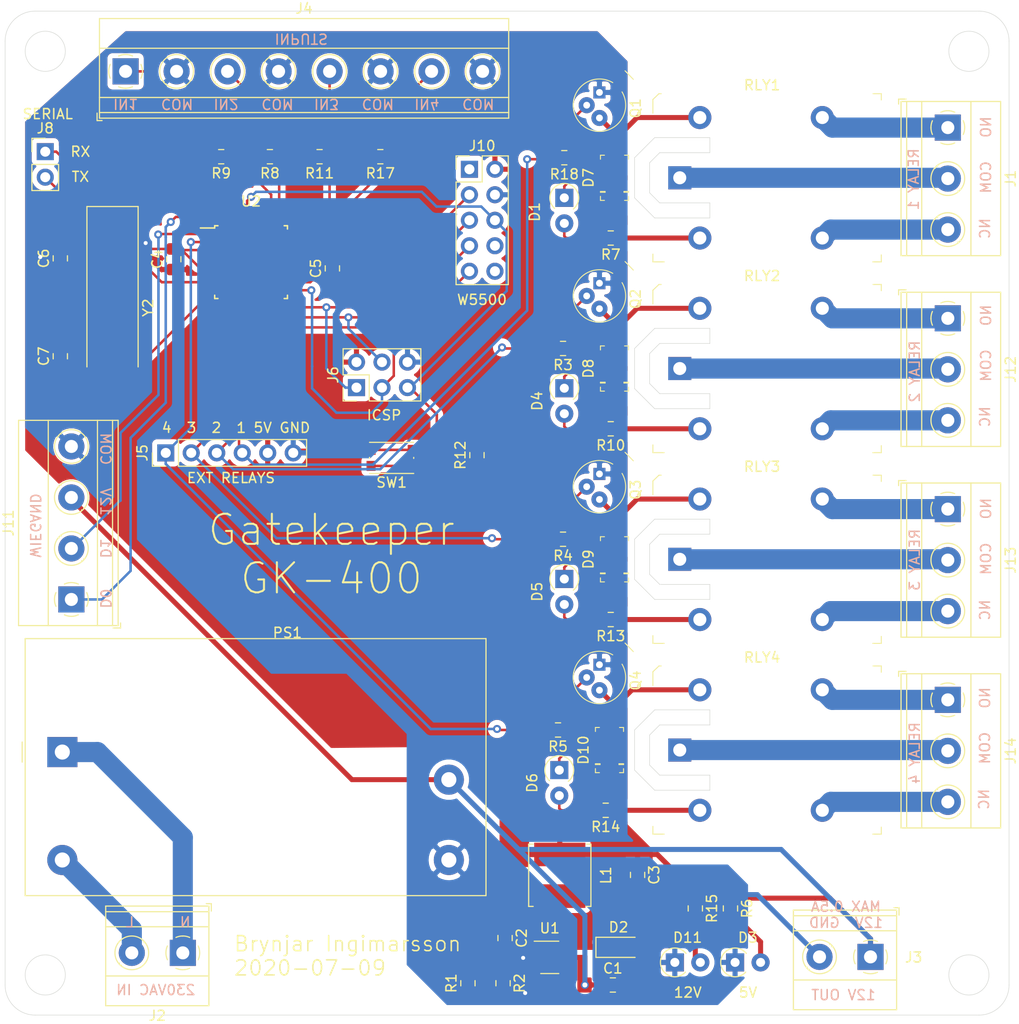
<source format=kicad_pcb>
(kicad_pcb (version 20171130) (host pcbnew 5.1.5+dfsg1-2build2)
  (layers (0 F.Cu signal) (31 B.Cu signal) (34 B.Paste user) (35 F.Paste user) (36 B.SilkS user) (37 F.SilkS user) (38 B.Mask user) (39 F.Mask user) (44 Edge.Cuts user))
  (net 0 "")
  (net 1 "Net-(C2-Pad1)")
  (net 2 GND)
  (net 3 +5V)
  (net 4 "Net-(D1-Pad1)")
  (net 5 "Net-(D4-Pad1)")
  (net 6 "Net-(D5-Pad1)")
  (net 7 "Net-(D10-PadA)")
  (net 8 "Net-(J2-Pad2)")
  (net 9 +12V)
  (net 10 "Net-(J2-Pad1)")
  (net 11 "Net-(Q1-Pad2)")
  (net 12 "Net-(Q2-Pad2)")
  (net 13 "Net-(Q3-Pad2)")
  (net 14 "Net-(Q4-Pad2)")
  (net 15 "Net-(J1-Pad2)")
  (net 16 "Net-(J1-Pad3)")
  (net 17 "Net-(J1-Pad1)")
  (net 18 "Net-(J12-Pad2)")
  (net 19 "Net-(J12-Pad3)")
  (net 20 "Net-(J12-Pad1)")
  (net 21 "Net-(J13-Pad1)")
  (net 22 "Net-(J13-Pad3)")
  (net 23 "Net-(J13-Pad2)")
  (net 24 "Net-(J14-Pad1)")
  (net 25 "Net-(J14-Pad3)")
  (net 26 "Net-(J14-Pad2)")
  (net 27 "Net-(C2-Pad2)")
  (net 28 "Net-(R1-Pad2)")
  (net 29 "Net-(U1-Pad4)")
  (net 30 "Net-(C6-Pad2)")
  (net 31 "Net-(C7-Pad1)")
  (net 32 "Net-(U2-Pad12)")
  (net 33 "Net-(U2-Pad13)")
  (net 34 "Net-(U2-Pad19)")
  (net 35 "Net-(U2-Pad22)")
  (net 36 "Net-(U2-Pad27)")
  (net 37 "Net-(U2-Pad28)")
  (net 38 "Net-(J8-Pad1)")
  (net 39 "Net-(J8-Pad2)")
  (net 40 "Net-(J10-Pad1)")
  (net 41 "Net-(D1-Pad2)")
  (net 42 "Net-(D3-Pad2)")
  (net 43 "Net-(D4-Pad2)")
  (net 44 "Net-(D5-Pad2)")
  (net 45 "Net-(D6-Pad2)")
  (net 46 "Net-(D11-Pad2)")
  (net 47 "Net-(J10-Pad8)")
  (net 48 "Net-(J10-Pad10)")
  (net 49 /INPUT1)
  (net 50 /INPUT2)
  (net 51 /INPUT3)
  (net 52 /INPUT4)
  (net 53 /RELAY4)
  (net 54 /RELAY3)
  (net 55 /RELAY2)
  (net 56 /RELAY1)
  (net 57 /RST)
  (net 58 /MOSI)
  (net 59 /SCK)
  (net 60 /MISO)
  (net 61 /SS)
  (net 62 /WIEGAND0)
  (net 63 /WIEGAND1)
  (net 64 "Net-(U2-Pad20)")
  (module Crystal:Crystal_SMD_HC49-SD_HandSoldering (layer F.Cu) (at 90.7 49.5375 270)
    (fp_text reference Y2 (at 0 -3.55 90) (layer F.SilkS))
    (fp_text value 16MHz)
    (pad 2 smd rect (at 5.9375 0 270) (size 7.875 2) (layers F.Cu F.Paste F.Mask) (net 31 "Net-(C7-Pad1)"))
    (pad 1 smd rect (at -5.9375 0 270) (size 7.875 2) (layers F.Cu F.Paste F.Mask) (net 30 "Net-(C6-Pad2)"))
  )
  (module digikey-footprints:Relay_THT_G5LE-14 (layer F.Cu) (at 147.2 74.6)
    (fp_text reference RLY3 (at 8.2 -9.225) (layer F.SilkS))
    (fp_text value G5LE-14_DC5)
    (pad 4 thru_hole circle (at 14.2 -6) (size 2.3 2.3) (drill 1.3) (layers *.Cu *.Mask) (net 21 "Net-(J13-Pad1)"))
    (pad 3 thru_hole circle (at 14.2 6) (size 2.3 2.3) (drill 1.3) (layers *.Cu *.Mask) (net 22 "Net-(J13-Pad3)"))
    (pad 5 thru_hole circle (at 2 -6) (size 2.3 2.3) (drill 1.3) (layers *.Cu *.Mask) (net 6 "Net-(D5-Pad1)"))
    (pad 2 thru_hole circle (at 2 6) (size 2.3 2.3) (drill 1.3) (layers *.Cu *.Mask) (net 3 +5V))
    (pad 1 thru_hole rect (at 0 0) (size 2.3 2.3) (drill 1.3) (layers *.Cu *.Mask) (net 23 "Net-(J13-Pad2)"))
  )
  (module TerminalBlock_Phoenix:TerminalBlock_Phoenix_MKDS-1,5-3-5.08_1x03_P5.08mm_Horizontal (layer F.Cu) (at 173.9 88.6 270)
    (fp_text reference J14 (at 5.08 -6.26 90) (layer F.SilkS))
    (fp_text value RELAY4)
    (pad 3 thru_hole circle (at 10.16 0 270) (size 2.6 2.6) (drill 1.3) (layers *.Cu *.Mask) (net 25 "Net-(J14-Pad3)"))
    (pad 2 thru_hole circle (at 5.08 0 270) (size 2.6 2.6) (drill 1.3) (layers *.Cu *.Mask) (net 26 "Net-(J14-Pad2)"))
    (pad 1 thru_hole rect (at 0 0 270) (size 2.6 2.6) (drill 1.3) (layers *.Cu *.Mask) (net 24 "Net-(J14-Pad1)"))
  )
  (module TerminalBlock_Phoenix:TerminalBlock_Phoenix_MKDS-1,5-3-5.08_1x03_P5.08mm_Horizontal (layer F.Cu) (at 173.9 69.6 270)
    (fp_text reference J13 (at 5.08 -6.26 90) (layer F.SilkS))
    (fp_text value RELAY3)
    (pad 3 thru_hole circle (at 10.16 0 270) (size 2.6 2.6) (drill 1.3) (layers *.Cu *.Mask) (net 22 "Net-(J13-Pad3)"))
    (pad 2 thru_hole circle (at 5.08 0 270) (size 2.6 2.6) (drill 1.3) (layers *.Cu *.Mask) (net 23 "Net-(J13-Pad2)"))
    (pad 1 thru_hole rect (at 0 0 270) (size 2.6 2.6) (drill 1.3) (layers *.Cu *.Mask) (net 21 "Net-(J13-Pad1)"))
  )
  (module TerminalBlock_Phoenix:TerminalBlock_Phoenix_MKDS-1,5-3-5.08_1x03_P5.08mm_Horizontal (layer F.Cu) (at 173.9 50.6 270)
    (fp_text reference J12 (at 5.08 -6.26 90) (layer F.SilkS))
    (fp_text value RELAY2)
    (pad 3 thru_hole circle (at 10.16 0 270) (size 2.6 2.6) (drill 1.3) (layers *.Cu *.Mask) (net 19 "Net-(J12-Pad3)"))
    (pad 2 thru_hole circle (at 5.08 0 270) (size 2.6 2.6) (drill 1.3) (layers *.Cu *.Mask) (net 18 "Net-(J12-Pad2)"))
    (pad 1 thru_hole rect (at 0 0 270) (size 2.6 2.6) (drill 1.3) (layers *.Cu *.Mask) (net 20 "Net-(J12-Pad1)"))
  )
  (module TerminalBlock_Phoenix:TerminalBlock_Phoenix_MKDS-1,5-4-5.08_1x04_P5.08mm_Horizontal (layer F.Cu) (at 86.6 78.6 90)
    (fp_text reference J11 (at 7.62 -6.26 90) (layer F.SilkS))
    (fp_text value WIEGAND)
    (pad 4 thru_hole circle (at 15.24 0 90) (size 2.6 2.6) (drill 1.3) (layers *.Cu *.Mask) (net 2 GND))
    (pad 3 thru_hole circle (at 10.16 0 90) (size 2.6 2.6) (drill 1.3) (layers *.Cu *.Mask) (net 9 +12V))
    (pad 2 thru_hole circle (at 5.08 0 90) (size 2.6 2.6) (drill 1.3) (layers *.Cu *.Mask) (net 63 /WIEGAND1))
    (pad 1 thru_hole rect (at 0 0 90) (size 2.6 2.6) (drill 1.3) (layers *.Cu *.Mask) (net 62 /WIEGAND0))
  )
  (module TerminalBlock_Phoenix:TerminalBlock_Phoenix_MKDS-1,5-8-5.08_1x08_P5.08mm_Horizontal (layer F.Cu) (at 92 26)
    (fp_text reference J4 (at 17.78 -6.26) (layer F.SilkS))
    (fp_text value Inputs)
    (pad 8 thru_hole circle (at 35.56 0) (size 2.6 2.6) (drill 1.3) (layers *.Cu *.Mask) (net 2 GND))
    (pad 7 thru_hole circle (at 30.48 0) (size 2.6 2.6) (drill 1.3) (layers *.Cu *.Mask) (net 52 /INPUT4))
    (pad 6 thru_hole circle (at 25.4 0) (size 2.6 2.6) (drill 1.3) (layers *.Cu *.Mask) (net 2 GND))
    (pad 5 thru_hole circle (at 20.32 0) (size 2.6 2.6) (drill 1.3) (layers *.Cu *.Mask) (net 51 /INPUT3))
    (pad 4 thru_hole circle (at 15.24 0) (size 2.6 2.6) (drill 1.3) (layers *.Cu *.Mask) (net 2 GND))
    (pad 3 thru_hole circle (at 10.16 0) (size 2.6 2.6) (drill 1.3) (layers *.Cu *.Mask) (net 50 /INPUT2))
    (pad 2 thru_hole circle (at 5.08 0) (size 2.6 2.6) (drill 1.3) (layers *.Cu *.Mask) (net 2 GND))
    (pad 1 thru_hole rect (at 0 0) (size 2.6 2.6) (drill 1.3) (layers *.Cu *.Mask) (net 49 /INPUT1))
  )
  (module TerminalBlock_Phoenix:TerminalBlock_Phoenix_MKDS-1,5-2-5.08_1x02_P5.08mm_Horizontal (layer F.Cu) (at 97.7 113.8 180)
    (fp_text reference J2 (at 2.54 -6.26) (layer F.SilkS))
    (fp_text value "230VAC IN")
    (pad 2 thru_hole circle (at 5.08 0 180) (size 2.6 2.6) (drill 1.3) (layers *.Cu *.Mask) (net 8 "Net-(J2-Pad2)"))
    (pad 1 thru_hole rect (at 0 0 180) (size 2.6 2.6) (drill 1.3) (layers *.Cu *.Mask) (net 10 "Net-(J2-Pad1)"))
  )
  (module TerminalBlock_Phoenix:TerminalBlock_Phoenix_MKDS-1,5-3-5.08_1x03_P5.08mm_Horizontal (layer F.Cu) (at 173.9 31.6 270)
    (fp_text reference J1 (at 5.08 -6.26 90) (layer F.SilkS))
    (fp_text value RELAY1)
    (pad 3 thru_hole circle (at 10.16 0 270) (size 2.6 2.6) (drill 1.3) (layers *.Cu *.Mask) (net 16 "Net-(J1-Pad3)"))
    (pad 2 thru_hole circle (at 5.08 0 270) (size 2.6 2.6) (drill 1.3) (layers *.Cu *.Mask) (net 15 "Net-(J1-Pad2)"))
    (pad 1 thru_hole rect (at 0 0 270) (size 2.6 2.6) (drill 1.3) (layers *.Cu *.Mask) (net 17 "Net-(J1-Pad1)"))
  )
  (module Resistor_SMD:R_0805_2012Metric_Pad1.15x1.40mm_HandSolder (layer F.Cu) (at 135.7 34.6 180)
    (fp_text reference R18 (at 0 -1.65) (layer F.SilkS))
    (fp_text value 1k)
    (pad 2 smd roundrect (at 1.025 0 180) (size 1.15 1.4) (layers F.Cu F.Paste F.Mask) (roundrect_rratio 0.217391) (net 56 /RELAY1))
    (pad 1 smd roundrect (at -1.025 0 180) (size 1.15 1.4) (layers F.Cu F.Paste F.Mask) (roundrect_rratio 0.217391) (net 11 "Net-(Q1-Pad2)"))
  )
  (module Resistor_SMD:R_0805_2012Metric_Pad1.15x1.40mm_HandSolder (layer F.Cu) (at 117.375 34.5 180)
    (fp_text reference R17 (at 0 -1.65) (layer F.SilkS))
    (fp_text value 1k)
    (pad 2 smd roundrect (at 1.025 0 180) (size 1.15 1.4) (layers F.Cu F.Paste F.Mask) (roundrect_rratio 0.217391) (net 3 +5V))
    (pad 1 smd roundrect (at -1.025 0 180) (size 1.15 1.4) (layers F.Cu F.Paste F.Mask) (roundrect_rratio 0.217391) (net 52 /INPUT4))
  )
  (module Resistor_SMD:R_0805_2012Metric_Pad1.15x1.40mm_HandSolder (layer F.Cu) (at 148.75 109.375 270)
    (fp_text reference R15 (at 0 -1.65 90) (layer F.SilkS))
    (fp_text value 150)
    (pad 2 smd roundrect (at 1.025 0 270) (size 1.15 1.4) (layers F.Cu F.Paste F.Mask) (roundrect_rratio 0.217391) (net 46 "Net-(D11-Pad2)"))
    (pad 1 smd roundrect (at -1.025 0 270) (size 1.15 1.4) (layers F.Cu F.Paste F.Mask) (roundrect_rratio 0.217391) (net 3 +5V))
  )
  (module Resistor_SMD:R_0805_2012Metric_Pad1.15x1.40mm_HandSolder (layer F.Cu) (at 139.825 99.6 180)
    (fp_text reference R14 (at 0 -1.65) (layer F.SilkS))
    (fp_text value 150)
    (pad 2 smd roundrect (at 1.025 0 180) (size 1.15 1.4) (layers F.Cu F.Paste F.Mask) (roundrect_rratio 0.217391) (net 45 "Net-(D6-Pad2)"))
    (pad 1 smd roundrect (at -1.025 0 180) (size 1.15 1.4) (layers F.Cu F.Paste F.Mask) (roundrect_rratio 0.217391) (net 3 +5V))
  )
  (module Resistor_SMD:R_0805_2012Metric_Pad1.15x1.40mm_HandSolder (layer F.Cu) (at 140.325 80.6 180)
    (fp_text reference R13 (at 0 -1.65) (layer F.SilkS))
    (fp_text value 150)
    (pad 2 smd roundrect (at 1.025 0 180) (size 1.15 1.4) (layers F.Cu F.Paste F.Mask) (roundrect_rratio 0.217391) (net 44 "Net-(D5-Pad2)"))
    (pad 1 smd roundrect (at -1.025 0 180) (size 1.15 1.4) (layers F.Cu F.Paste F.Mask) (roundrect_rratio 0.217391) (net 3 +5V))
  )
  (module Resistor_SMD:R_0805_2012Metric_Pad1.15x1.40mm_HandSolder (layer F.Cu) (at 127 64.225 90)
    (fp_text reference R12 (at 0 -1.65 90) (layer F.SilkS))
    (fp_text value 1k)
    (pad 2 smd roundrect (at 1.025 0 90) (size 1.15 1.4) (layers F.Cu F.Paste F.Mask) (roundrect_rratio 0.217391) (net 3 +5V))
    (pad 1 smd roundrect (at -1.025 0 90) (size 1.15 1.4) (layers F.Cu F.Paste F.Mask) (roundrect_rratio 0.217391) (net 57 /RST))
  )
  (module Resistor_SMD:R_0805_2012Metric_Pad1.15x1.40mm_HandSolder (layer F.Cu) (at 111.325 34.5 180)
    (fp_text reference R11 (at 0 -1.65) (layer F.SilkS))
    (fp_text value 1k)
    (pad 2 smd roundrect (at 1.025 0 180) (size 1.15 1.4) (layers F.Cu F.Paste F.Mask) (roundrect_rratio 0.217391) (net 3 +5V))
    (pad 1 smd roundrect (at -1.025 0 180) (size 1.15 1.4) (layers F.Cu F.Paste F.Mask) (roundrect_rratio 0.217391) (net 51 /INPUT3))
  )
  (module Resistor_SMD:R_0805_2012Metric_Pad1.15x1.40mm_HandSolder (layer F.Cu) (at 140.325 61.6 180)
    (fp_text reference R10 (at 0 -1.65) (layer F.SilkS))
    (fp_text value 150)
    (pad 2 smd roundrect (at 1.025 0 180) (size 1.15 1.4) (layers F.Cu F.Paste F.Mask) (roundrect_rratio 0.217391) (net 43 "Net-(D4-Pad2)"))
    (pad 1 smd roundrect (at -1.025 0 180) (size 1.15 1.4) (layers F.Cu F.Paste F.Mask) (roundrect_rratio 0.217391) (net 3 +5V))
  )
  (module Resistor_SMD:R_0805_2012Metric_Pad1.15x1.40mm_HandSolder (layer F.Cu) (at 101.525 34.5 180)
    (fp_text reference R9 (at 0 -1.65) (layer F.SilkS))
    (fp_text value 1k)
    (pad 2 smd roundrect (at 1.025 0 180) (size 1.15 1.4) (layers F.Cu F.Paste F.Mask) (roundrect_rratio 0.217391) (net 3 +5V))
    (pad 1 smd roundrect (at -1.025 0 180) (size 1.15 1.4) (layers F.Cu F.Paste F.Mask) (roundrect_rratio 0.217391) (net 49 /INPUT1))
  )
  (module Resistor_SMD:R_0805_2012Metric_Pad1.15x1.40mm_HandSolder (layer F.Cu) (at 106.375 34.5 180)
    (fp_text reference R8 (at 0 -1.65) (layer F.SilkS))
    (fp_text value 1k)
    (pad 2 smd roundrect (at 1.025 0 180) (size 1.15 1.4) (layers F.Cu F.Paste F.Mask) (roundrect_rratio 0.217391) (net 3 +5V))
    (pad 1 smd roundrect (at -1.025 0 180) (size 1.15 1.4) (layers F.Cu F.Paste F.Mask) (roundrect_rratio 0.217391) (net 50 /INPUT2))
  )
  (module Resistor_SMD:R_0805_2012Metric_Pad1.15x1.40mm_HandSolder (layer F.Cu) (at 140.325 42.6 180)
    (fp_text reference R7 (at 0 -1.65) (layer F.SilkS))
    (fp_text value 150)
    (pad 2 smd roundrect (at 1.025 0 180) (size 1.15 1.4) (layers F.Cu F.Paste F.Mask) (roundrect_rratio 0.217391) (net 41 "Net-(D1-Pad2)"))
    (pad 1 smd roundrect (at -1.025 0 180) (size 1.15 1.4) (layers F.Cu F.Paste F.Mask) (roundrect_rratio 0.217391) (net 3 +5V))
  )
  (module Resistor_SMD:R_0805_2012Metric_Pad1.15x1.40mm_HandSolder (layer F.Cu) (at 152.25 109.375 270)
    (fp_text reference R6 (at 0 -1.65 90) (layer F.SilkS))
    (fp_text value 560)
    (pad 2 smd roundrect (at 1.025 0 270) (size 1.15 1.4) (layers F.Cu F.Paste F.Mask) (roundrect_rratio 0.217391) (net 42 "Net-(D3-Pad2)"))
    (pad 1 smd roundrect (at -1.025 0 270) (size 1.15 1.4) (layers F.Cu F.Paste F.Mask) (roundrect_rratio 0.217391) (net 9 +12V))
  )
  (module Resistor_SMD:R_0805_2012Metric_Pad1.15x1.40mm_HandSolder (layer F.Cu) (at 135.075 91.6 180)
    (fp_text reference R5 (at 0 -1.65) (layer F.SilkS))
    (fp_text value 1k)
    (pad 2 smd roundrect (at 1.025 0 180) (size 1.15 1.4) (layers F.Cu F.Paste F.Mask) (roundrect_rratio 0.217391) (net 53 /RELAY4))
    (pad 1 smd roundrect (at -1.025 0 180) (size 1.15 1.4) (layers F.Cu F.Paste F.Mask) (roundrect_rratio 0.217391) (net 14 "Net-(Q4-Pad2)"))
  )
  (module Resistor_SMD:R_0805_2012Metric_Pad1.15x1.40mm_HandSolder (layer F.Cu) (at 135.575 72.6 180)
    (fp_text reference R4 (at 0 -1.65) (layer F.SilkS))
    (fp_text value 1k)
    (pad 2 smd roundrect (at 1.025 0 180) (size 1.15 1.4) (layers F.Cu F.Paste F.Mask) (roundrect_rratio 0.217391) (net 54 /RELAY3))
    (pad 1 smd roundrect (at -1.025 0 180) (size 1.15 1.4) (layers F.Cu F.Paste F.Mask) (roundrect_rratio 0.217391) (net 13 "Net-(Q3-Pad2)"))
  )
  (module Resistor_SMD:R_0805_2012Metric_Pad1.15x1.40mm_HandSolder (layer F.Cu) (at 135.575 53.6 180)
    (fp_text reference R3 (at 0 -1.65) (layer F.SilkS))
    (fp_text value 1k)
    (pad 2 smd roundrect (at 1.025 0 180) (size 1.15 1.4) (layers F.Cu F.Paste F.Mask) (roundrect_rratio 0.217391) (net 55 /RELAY2))
    (pad 1 smd roundrect (at -1.025 0 180) (size 1.15 1.4) (layers F.Cu F.Paste F.Mask) (roundrect_rratio 0.217391) (net 12 "Net-(Q2-Pad2)"))
  )
  (module Resistor_SMD:R_0805_2012Metric_Pad1.15x1.40mm_HandSolder (layer F.Cu) (at 129.6 116.825 270)
    (fp_text reference R2 (at 0 -1.65 90) (layer F.SilkS))
    (fp_text value 10k)
    (pad 2 smd roundrect (at 1.025 0 270) (size 1.15 1.4) (layers F.Cu F.Paste F.Mask) (roundrect_rratio 0.217391) (net 2 GND))
    (pad 1 smd roundrect (at -1.025 0 270) (size 1.15 1.4) (layers F.Cu F.Paste F.Mask) (roundrect_rratio 0.217391) (net 28 "Net-(R1-Pad2)"))
  )
  (module Resistor_SMD:R_0805_2012Metric_Pad1.15x1.40mm_HandSolder (layer F.Cu) (at 126.1 116.825 90)
    (fp_text reference R1 (at 0 -1.65 90) (layer F.SilkS))
    (fp_text value 54.9k)
    (pad 2 smd roundrect (at 1.025 0 90) (size 1.15 1.4) (layers F.Cu F.Paste F.Mask) (roundrect_rratio 0.217391) (net 28 "Net-(R1-Pad2)"))
    (pad 1 smd roundrect (at -1.025 0 90) (size 1.15 1.4) (layers F.Cu F.Paste F.Mask) (roundrect_rratio 0.217391) (net 3 +5V))
  )
  (module Capacitor_SMD:C_0805_2012Metric_Pad1.15x1.40mm_HandSolder (layer F.Cu) (at 85.5 54.375 90)
    (fp_text reference C7 (at 0 -1.65 90) (layer F.SilkS))
    (fp_text value 22pF)
    (pad 2 smd roundrect (at 1.025 0 90) (size 1.15 1.4) (layers F.Cu F.Paste F.Mask) (roundrect_rratio 0.217391) (net 2 GND))
    (pad 1 smd roundrect (at -1.025 0 90) (size 1.15 1.4) (layers F.Cu F.Paste F.Mask) (roundrect_rratio 0.217391) (net 31 "Net-(C7-Pad1)"))
  )
  (module Capacitor_SMD:C_0805_2012Metric_Pad1.15x1.40mm_HandSolder (layer F.Cu) (at 85.5 44.625 90)
    (fp_text reference C6 (at 0 -1.65 90) (layer F.SilkS))
    (fp_text value 22pF)
    (pad 2 smd roundrect (at 1.025 0 90) (size 1.15 1.4) (layers F.Cu F.Paste F.Mask) (roundrect_rratio 0.217391) (net 30 "Net-(C6-Pad2)"))
    (pad 1 smd roundrect (at -1.025 0 90) (size 1.15 1.4) (layers F.Cu F.Paste F.Mask) (roundrect_rratio 0.217391) (net 2 GND))
  )
  (module Capacitor_SMD:C_0805_2012Metric_Pad1.15x1.40mm_HandSolder (layer F.Cu) (at 112.6 45.625 90)
    (fp_text reference C5 (at 0 -1.65 90) (layer F.SilkS))
    (fp_text value 100nF)
    (pad 2 smd roundrect (at 1.025 0 90) (size 1.15 1.4) (layers F.Cu F.Paste F.Mask) (roundrect_rratio 0.217391) (net 2 GND))
    (pad 1 smd roundrect (at -1.025 0 90) (size 1.15 1.4) (layers F.Cu F.Paste F.Mask) (roundrect_rratio 0.217391) (net 3 +5V))
  )
  (module Capacitor_SMD:C_0805_2012Metric_Pad1.15x1.40mm_HandSolder (layer F.Cu) (at 96.8 44.7125 90)
    (fp_text reference C4 (at 0 -1.65 90) (layer F.SilkS))
    (fp_text value 100nF)
    (pad 2 smd roundrect (at 1.025 0 90) (size 1.15 1.4) (layers F.Cu F.Paste F.Mask) (roundrect_rratio 0.217391) (net 2 GND))
    (pad 1 smd roundrect (at -1.025 0 90) (size 1.15 1.4) (layers F.Cu F.Paste F.Mask) (roundrect_rratio 0.217391) (net 3 +5V))
  )
  (module Capacitor_SMD:C_0805_2012Metric_Pad1.15x1.40mm_HandSolder (layer F.Cu) (at 143 106.0375 270)
    (fp_text reference C3 (at 0 -1.65 90) (layer F.SilkS))
    (fp_text value 10uF)
    (pad 2 smd roundrect (at 1.025 0 270) (size 1.15 1.4) (layers F.Cu F.Paste F.Mask) (roundrect_rratio 0.217391) (net 2 GND))
    (pad 1 smd roundrect (at -1.025 0 270) (size 1.15 1.4) (layers F.Cu F.Paste F.Mask) (roundrect_rratio 0.217391) (net 3 +5V))
  )
  (module Capacitor_SMD:C_0805_2012Metric_Pad1.15x1.40mm_HandSolder (layer F.Cu) (at 129.8 112.325 270)
    (fp_text reference C2 (at 0 -1.65 90) (layer F.SilkS))
    (fp_text value 100nF)
    (pad 2 smd roundrect (at 1.025 0 270) (size 1.15 1.4) (layers F.Cu F.Paste F.Mask) (roundrect_rratio 0.217391) (net 27 "Net-(C2-Pad2)"))
    (pad 1 smd roundrect (at -1.025 0 270) (size 1.15 1.4) (layers F.Cu F.Paste F.Mask) (roundrect_rratio 0.217391) (net 1 "Net-(C2-Pad1)"))
  )
  (module Capacitor_SMD:C_0805_2012Metric_Pad1.15x1.40mm_HandSolder (layer F.Cu) (at 140.5375 117)
    (fp_text reference C1 (at 0 -1.65) (layer F.SilkS))
    (fp_text value "2.2uF 25V")
    (pad 2 smd roundrect (at 1.025 0) (size 1.15 1.4) (layers F.Cu F.Paste F.Mask) (roundrect_rratio 0.217391) (net 2 GND))
    (pad 1 smd roundrect (at -1.025 0) (size 1.15 1.4) (layers F.Cu F.Paste F.Mask) (roundrect_rratio 0.217391) (net 9 +12V))
  )
  (module Connector_PinHeader_2.54mm:PinHeader_2x03_P2.54mm_Vertical (layer F.Cu) (at 115 57.5 90)
    (fp_text reference J6 (at 1.27 -2.33 90) (layer F.SilkS))
    (fp_text value ICSP)
    (pad 6 thru_hole oval (at 2.54 5.08 90) (size 1.7 1.7) (drill 1) (layers *.Cu *.Mask) (net 2 GND))
    (pad 5 thru_hole oval (at 0 5.08 90) (size 1.7 1.7) (drill 1) (layers *.Cu *.Mask) (net 57 /RST))
    (pad 4 thru_hole oval (at 2.54 2.54 90) (size 1.7 1.7) (drill 1) (layers *.Cu *.Mask) (net 58 /MOSI))
    (pad 3 thru_hole oval (at 0 2.54 90) (size 1.7 1.7) (drill 1) (layers *.Cu *.Mask) (net 59 /SCK))
    (pad 2 thru_hole oval (at 2.54 0 90) (size 1.7 1.7) (drill 1) (layers *.Cu *.Mask) (net 3 +5V))
    (pad 1 thru_hole rect (at 0 0 90) (size 1.7 1.7) (drill 1) (layers *.Cu *.Mask) (net 60 /MISO))
  )
  (module digikey-footprints:Relay_THT_G5LE-14 (layer F.Cu) (at 147.2 36.6)
    (fp_text reference RLY1 (at 8.2 -9.225) (layer F.SilkS))
    (fp_text value G5LE-14_DC5)
    (pad 4 thru_hole circle (at 14.2 -6) (size 2.3 2.3) (drill 1.3) (layers *.Cu *.Mask) (net 17 "Net-(J1-Pad1)"))
    (pad 3 thru_hole circle (at 14.2 6) (size 2.3 2.3) (drill 1.3) (layers *.Cu *.Mask) (net 16 "Net-(J1-Pad3)"))
    (pad 5 thru_hole circle (at 2 -6) (size 2.3 2.3) (drill 1.3) (layers *.Cu *.Mask) (net 4 "Net-(D1-Pad1)"))
    (pad 2 thru_hole circle (at 2 6) (size 2.3 2.3) (drill 1.3) (layers *.Cu *.Mask) (net 3 +5V))
    (pad 1 thru_hole rect (at 0 0) (size 2.3 2.3) (drill 1.3) (layers *.Cu *.Mask) (net 15 "Net-(J1-Pad2)"))
  )
  (module Diode_THT:D_A-405_P2.54mm_Vertical_AnodeUp (layer F.Cu) (at 135.7 38.6 270)
    (fp_text reference D1 (at 1.4 2.95 90) (layer F.SilkS))
    (fp_text value RELAY1)
    (pad 2 thru_hole oval (at 2.54 0 270) (size 1.8 1.8) (drill 0.9) (layers *.Cu *.Mask) (net 41 "Net-(D1-Pad2)"))
    (pad 1 thru_hole rect (at 0 0 270) (size 1.8 1.8) (drill 0.9) (layers *.Cu *.Mask) (net 4 "Net-(D1-Pad1)"))
  )
  (module Diode_SMD:D_SOD-123 (layer F.Cu) (at 141.1 113.25)
    (fp_text reference D2 (at 0 -2) (layer F.SilkS))
    (fp_text value MBR130T1G)
    (pad 2 smd rect (at 1.65 0) (size 0.9 1.2) (layers F.Cu F.Paste F.Mask) (net 2 GND))
    (pad 1 smd rect (at -1.65 0) (size 0.9 1.2) (layers F.Cu F.Paste F.Mask) (net 1 "Net-(C2-Pad1)"))
  )
  (module Diode_THT:D_A-405_P2.54mm_Vertical_AnodeUp (layer F.Cu) (at 152.71 114.75)
    (fp_text reference D3 (at 1.27 -2.47) (layer F.SilkS))
    (fp_text value 12V)
    (pad 2 thru_hole oval (at 2.54 0) (size 1.8 1.8) (drill 0.9) (layers *.Cu *.Mask) (net 42 "Net-(D3-Pad2)"))
    (pad 1 thru_hole rect (at 0 0) (size 1.8 1.8) (drill 0.9) (layers *.Cu *.Mask) (net 2 GND))
  )
  (module Diode_THT:D_A-405_P2.54mm_Vertical_AnodeUp (layer F.Cu) (at 135.7 57.56 270)
    (fp_text reference D4 (at 1.27 2.7 90) (layer F.SilkS))
    (fp_text value RELAY2)
    (pad 2 thru_hole oval (at 2.54 0 270) (size 1.8 1.8) (drill 0.9) (layers *.Cu *.Mask) (net 43 "Net-(D4-Pad2)"))
    (pad 1 thru_hole rect (at 0 0 270) (size 1.8 1.8) (drill 0.9) (layers *.Cu *.Mask) (net 5 "Net-(D4-Pad1)"))
  )
  (module Diode_THT:D_A-405_P2.54mm_Vertical_AnodeUp (layer F.Cu) (at 135.7 76.56 270)
    (fp_text reference D5 (at 1.27 2.7 90) (layer F.SilkS))
    (fp_text value RELAY3)
    (pad 2 thru_hole oval (at 2.54 0 270) (size 1.8 1.8) (drill 0.9) (layers *.Cu *.Mask) (net 44 "Net-(D5-Pad2)"))
    (pad 1 thru_hole rect (at 0 0 270) (size 1.8 1.8) (drill 0.9) (layers *.Cu *.Mask) (net 6 "Net-(D5-Pad1)"))
  )
  (module Diode_THT:D_A-405_P2.54mm_Vertical_AnodeUp (layer F.Cu) (at 135.2 95.6 270)
    (fp_text reference D6 (at 1.27 2.7 90) (layer F.SilkS))
    (fp_text value RELAY4)
    (pad 2 thru_hole oval (at 2.54 0 270) (size 1.8 1.8) (drill 0.9) (layers *.Cu *.Mask) (net 45 "Net-(D6-Pad2)"))
    (pad 1 thru_hole rect (at 0 0 270) (size 1.8 1.8) (drill 0.9) (layers *.Cu *.Mask) (net 7 "Net-(D10-PadA)"))
  )
  (module digikey-footprints:DO-214AC (layer F.Cu) (at 140.7 36.6 90)
    (fp_text reference D7 (at 0 -2.6 90) (layer F.SilkS))
    (fp_text value S1G)
    (pad K smd rect (at -2 0 90) (size 2.5 1.7) (layers F.Cu F.Paste F.Mask) (net 3 +5V))
    (pad A smd rect (at 2 0 90) (size 2.5 1.7) (layers F.Cu F.Paste F.Mask) (net 4 "Net-(D1-Pad1)"))
  )
  (module digikey-footprints:DO-214AC (layer F.Cu) (at 140.7 55.6 90)
    (fp_text reference D8 (at 0 -2.6 90) (layer F.SilkS))
    (fp_text value S1G)
    (pad K smd rect (at -2 0 90) (size 2.5 1.7) (layers F.Cu F.Paste F.Mask) (net 3 +5V))
    (pad A smd rect (at 2 0 90) (size 2.5 1.7) (layers F.Cu F.Paste F.Mask) (net 5 "Net-(D4-Pad1)"))
  )
  (module digikey-footprints:DO-214AC (layer F.Cu) (at 140.7 74.6 90)
    (fp_text reference D9 (at 0 -2.6 90) (layer F.SilkS))
    (fp_text value S1G)
    (pad K smd rect (at -2 0 90) (size 2.5 1.7) (layers F.Cu F.Paste F.Mask) (net 3 +5V))
    (pad A smd rect (at 2 0 90) (size 2.5 1.7) (layers F.Cu F.Paste F.Mask) (net 6 "Net-(D5-Pad1)"))
  )
  (module digikey-footprints:DO-214AC (layer F.Cu) (at 140.2 93.6 90)
    (fp_text reference D10 (at 0 -2.6 90) (layer F.SilkS))
    (fp_text value S1G)
    (pad K smd rect (at -2 0 90) (size 2.5 1.7) (layers F.Cu F.Paste F.Mask) (net 3 +5V))
    (pad A smd rect (at 2 0 90) (size 2.5 1.7) (layers F.Cu F.Paste F.Mask) (net 7 "Net-(D10-PadA)"))
  )
  (module TerminalBlock_Phoenix:TerminalBlock_Phoenix_MKDS-1,5-2-5.08_1x02_P5.08mm_Horizontal (layer F.Cu) (at 166.2 114.2 180)
    (fp_text reference J3 (at -4.3 -0.05) (layer F.SilkS))
    (fp_text value "12VDC OUT")
    (pad 2 thru_hole circle (at 5.08 0 180) (size 2.6 2.6) (drill 1.3) (layers *.Cu *.Mask) (net 2 GND))
    (pad 1 thru_hole rect (at 0 0 180) (size 2.6 2.6) (drill 1.3) (layers *.Cu *.Mask) (net 9 +12V))
  )
  (module Connector_PinHeader_2.54mm:PinHeader_1x06_P2.54mm_Vertical (layer F.Cu) (at 96 64 90)
    (fp_text reference J5 (at 0 -2.33 90) (layer F.SilkS))
    (fp_text value "EXT RLY")
    (pad 6 thru_hole oval (at 0 12.7 90) (size 1.7 1.7) (drill 1) (layers *.Cu *.Mask) (net 2 GND))
    (pad 5 thru_hole oval (at 0 10.16 90) (size 1.7 1.7) (drill 1) (layers *.Cu *.Mask) (net 3 +5V))
    (pad 4 thru_hole oval (at 0 7.62 90) (size 1.7 1.7) (drill 1) (layers *.Cu *.Mask) (net 56 /RELAY1))
    (pad 3 thru_hole oval (at 0 5.08 90) (size 1.7 1.7) (drill 1) (layers *.Cu *.Mask) (net 55 /RELAY2))
    (pad 2 thru_hole oval (at 0 2.54 90) (size 1.7 1.7) (drill 1) (layers *.Cu *.Mask) (net 54 /RELAY3))
    (pad 1 thru_hole rect (at 0 0 90) (size 1.7 1.7) (drill 1) (layers *.Cu *.Mask) (net 53 /RELAY4))
  )
  (module Connector_PinHeader_2.54mm:PinHeader_1x02_P2.54mm_Vertical (layer F.Cu) (at 84 34)
    (fp_text reference J8 (at 0 -2.33) (layer F.SilkS))
    (fp_text value Serial)
    (pad 2 thru_hole oval (at 0 2.54) (size 1.7 1.7) (drill 1) (layers *.Cu *.Mask) (net 39 "Net-(J8-Pad2)"))
    (pad 1 thru_hole rect (at 0 0) (size 1.7 1.7) (drill 1) (layers *.Cu *.Mask) (net 38 "Net-(J8-Pad1)"))
  )
  (module Connector_PinHeader_2.54mm:PinHeader_2x05_P2.54mm_Vertical (layer F.Cu) (at 126.25 35.75)
    (fp_text reference J10 (at 1.27 -2.33) (layer F.SilkS))
    (fp_text value "W5500 Shield")
    (pad 10 thru_hole oval (at 2.54 10.16) (size 1.7 1.7) (drill 1) (layers *.Cu *.Mask) (net 48 "Net-(J10-Pad10)"))
    (pad 9 thru_hole oval (at 0 10.16) (size 1.7 1.7) (drill 1) (layers *.Cu *.Mask) (net 59 /SCK))
    (pad 8 thru_hole oval (at 2.54 7.62) (size 1.7 1.7) (drill 1) (layers *.Cu *.Mask) (net 47 "Net-(J10-Pad8)"))
    (pad 7 thru_hole oval (at 0 7.62) (size 1.7 1.7) (drill 1) (layers *.Cu *.Mask) (net 61 /SS))
    (pad 6 thru_hole oval (at 2.54 5.08) (size 1.7 1.7) (drill 1) (layers *.Cu *.Mask) (net 57 /RST))
    (pad 5 thru_hole oval (at 0 5.08) (size 1.7 1.7) (drill 1) (layers *.Cu *.Mask) (net 58 /MOSI))
    (pad 4 thru_hole oval (at 2.54 2.54) (size 1.7 1.7) (drill 1) (layers *.Cu *.Mask) (net 2 GND))
    (pad 3 thru_hole oval (at 0 2.54) (size 1.7 1.7) (drill 1) (layers *.Cu *.Mask) (net 60 /MISO))
    (pad 2 thru_hole oval (at 2.54 0) (size 1.7 1.7) (drill 1) (layers *.Cu *.Mask) (net 3 +5V))
    (pad 1 thru_hole rect (at 0 0) (size 1.7 1.7) (drill 1) (layers *.Cu *.Mask) (net 40 "Net-(J10-Pad1)"))
  )
  (module Inductor_SMD:L_Bourns_SRN6045TA (layer F.Cu) (at 135.25 106.075 270)
    (fp_text reference L1 (at 0 -4.6 90) (layer F.SilkS))
    (fp_text value 22uH)
    (pad 2 smd rect (at 2.075 0 270) (size 2.35 5.1) (layers F.Cu F.Paste F.Mask) (net 1 "Net-(C2-Pad1)"))
    (pad 1 smd rect (at -2.075 0 270) (size 2.35 5.1) (layers F.Cu F.Paste F.Mask) (net 3 +5V))
  )
  (module Converter_ACDC:Converter_ACDC_MeanWell_IRM-10-xx_THT (layer F.Cu) (at 85.7 93.8)
    (fp_text reference PS1 (at 22.42 -11.88) (layer F.SilkS))
    (fp_text value IRM-10-12)
    (pad 1 thru_hole rect (at 0 0) (size 3 3) (drill 1.5) (layers *.Cu *.Mask) (net 10 "Net-(J2-Pad1)"))
    (pad 4 thru_hole circle (at 38.5 2.75) (size 3 3) (drill 1.5) (layers *.Cu *.Mask) (net 9 +12V))
    (pad 2 thru_hole circle (at 0 10.75) (size 3 3) (drill 1.5) (layers *.Cu *.Mask) (net 8 "Net-(J2-Pad2)"))
    (pad 3 thru_hole circle (at 38.5 10.75) (size 3 3) (drill 1.5) (layers *.Cu *.Mask) (net 2 GND))
  )
  (module digikey-footprints:TO-18-3 (layer F.Cu) (at 139.2 28.1 270)
    (fp_text reference Q1 (at 1.57 -3.6 90) (layer F.SilkS))
    (fp_text value 2N2222A)
    (pad 3 thru_hole circle (at 2.54 0 270) (size 1.6 1.6) (drill 0.68) (layers *.Cu *.Mask) (net 4 "Net-(D1-Pad1)"))
    (pad 2 thru_hole circle (at 1.27 1.27 270) (size 1.6 1.6) (drill 0.68) (layers *.Cu *.Mask) (net 11 "Net-(Q1-Pad2)"))
    (pad 1 thru_hole rect (at 0 0 270) (size 1.2 1.2) (drill 0.68) (layers *.Cu *.Mask) (net 2 GND))
  )
  (module digikey-footprints:TO-18-3 (layer F.Cu) (at 139.2 47.1 270)
    (fp_text reference Q2 (at 1.57 -3.6 90) (layer F.SilkS))
    (fp_text value 2N2222A)
    (pad 3 thru_hole circle (at 2.54 0 270) (size 1.6 1.6) (drill 0.68) (layers *.Cu *.Mask) (net 5 "Net-(D4-Pad1)"))
    (pad 2 thru_hole circle (at 1.27 1.27 270) (size 1.6 1.6) (drill 0.68) (layers *.Cu *.Mask) (net 12 "Net-(Q2-Pad2)"))
    (pad 1 thru_hole rect (at 0 0 270) (size 1.2 1.2) (drill 0.68) (layers *.Cu *.Mask) (net 2 GND))
  )
  (module digikey-footprints:TO-18-3 (layer F.Cu) (at 139.2 66.1 270)
    (fp_text reference Q3 (at 1.57 -3.6 90) (layer F.SilkS))
    (fp_text value 2N2222A)
    (pad 3 thru_hole circle (at 2.54 0 270) (size 1.6 1.6) (drill 0.68) (layers *.Cu *.Mask) (net 6 "Net-(D5-Pad1)"))
    (pad 2 thru_hole circle (at 1.27 1.27 270) (size 1.6 1.6) (drill 0.68) (layers *.Cu *.Mask) (net 13 "Net-(Q3-Pad2)"))
    (pad 1 thru_hole rect (at 0 0 270) (size 1.2 1.2) (drill 0.68) (layers *.Cu *.Mask) (net 2 GND))
  )
  (module digikey-footprints:TO-18-3 (layer F.Cu) (at 139.2 85.1 270)
    (fp_text reference Q4 (at 1.57 -3.6 90) (layer F.SilkS))
    (fp_text value 2N2222A)
    (pad 3 thru_hole circle (at 2.54 0 270) (size 1.6 1.6) (drill 0.68) (layers *.Cu *.Mask) (net 7 "Net-(D10-PadA)"))
    (pad 2 thru_hole circle (at 1.27 1.27 270) (size 1.6 1.6) (drill 0.68) (layers *.Cu *.Mask) (net 14 "Net-(Q4-Pad2)"))
    (pad 1 thru_hole rect (at 0 0 270) (size 1.2 1.2) (drill 0.68) (layers *.Cu *.Mask) (net 2 GND))
  )
  (module digikey-footprints:Relay_THT_G5LE-14 (layer F.Cu) (at 147.2 55.6)
    (fp_text reference RLY2 (at 8.2 -9.225) (layer F.SilkS))
    (fp_text value G5LE-14_DC5)
    (pad 4 thru_hole circle (at 14.2 -6) (size 2.3 2.3) (drill 1.3) (layers *.Cu *.Mask) (net 20 "Net-(J12-Pad1)"))
    (pad 3 thru_hole circle (at 14.2 6) (size 2.3 2.3) (drill 1.3) (layers *.Cu *.Mask) (net 19 "Net-(J12-Pad3)"))
    (pad 5 thru_hole circle (at 2 -6) (size 2.3 2.3) (drill 1.3) (layers *.Cu *.Mask) (net 5 "Net-(D4-Pad1)"))
    (pad 2 thru_hole circle (at 2 6) (size 2.3 2.3) (drill 1.3) (layers *.Cu *.Mask) (net 3 +5V))
    (pad 1 thru_hole rect (at 0 0) (size 2.3 2.3) (drill 1.3) (layers *.Cu *.Mask) (net 18 "Net-(J12-Pad2)"))
  )
  (module digikey-footprints:Relay_THT_G5LE-14 (layer F.Cu) (at 147.2 93.6)
    (fp_text reference RLY4 (at 8.2 -9.225) (layer F.SilkS))
    (fp_text value G5LE-14_DC5)
    (pad 4 thru_hole circle (at 14.2 -6) (size 2.3 2.3) (drill 1.3) (layers *.Cu *.Mask) (net 24 "Net-(J14-Pad1)"))
    (pad 3 thru_hole circle (at 14.2 6) (size 2.3 2.3) (drill 1.3) (layers *.Cu *.Mask) (net 25 "Net-(J14-Pad3)"))
    (pad 5 thru_hole circle (at 2 -6) (size 2.3 2.3) (drill 1.3) (layers *.Cu *.Mask) (net 7 "Net-(D10-PadA)"))
    (pad 2 thru_hole circle (at 2 6) (size 2.3 2.3) (drill 1.3) (layers *.Cu *.Mask) (net 3 +5V))
    (pad 1 thru_hole rect (at 0 0) (size 2.3 2.3) (drill 1.3) (layers *.Cu *.Mask) (net 26 "Net-(J14-Pad2)"))
  )
  (module Button_Switch_SMD:SW_Push_1P1T_NO_CK_KMR2 (layer F.Cu) (at 118.5 64.5 180)
    (fp_text reference SW1 (at 0 -2.45) (layer F.SilkS))
    (fp_text value Reset)
    (pad 2 smd rect (at 2.05 0.8 180) (size 0.9 1) (layers F.Cu F.Paste F.Mask) (net 2 GND))
    (pad 1 smd rect (at 2.05 -0.8 180) (size 0.9 1) (layers F.Cu F.Paste F.Mask) (net 57 /RST))
    (pad 2 smd rect (at -2.05 0.8 180) (size 0.9 1) (layers F.Cu F.Paste F.Mask) (net 2 GND))
    (pad 1 smd rect (at -2.05 -0.8 180) (size 0.9 1) (layers F.Cu F.Paste F.Mask) (net 57 /RST))
  )
  (module Package_TO_SOT_SMD:SOT-23-6 (layer F.Cu) (at 134.25 114.25)
    (fp_text reference U1 (at 0 -2.9) (layer F.SilkS))
    (fp_text value LMR16006YQ)
    (pad 5 smd rect (at 1.1 0) (size 1.06 0.65) (layers F.Cu F.Paste F.Mask) (net 9 +12V))
    (pad 6 smd rect (at 1.1 -0.95) (size 1.06 0.65) (layers F.Cu F.Paste F.Mask) (net 1 "Net-(C2-Pad1)"))
    (pad 4 smd rect (at 1.1 0.95) (size 1.06 0.65) (layers F.Cu F.Paste F.Mask) (net 29 "Net-(U1-Pad4)"))
    (pad 3 smd rect (at -1.1 0.95) (size 1.06 0.65) (layers F.Cu F.Paste F.Mask) (net 28 "Net-(R1-Pad2)"))
    (pad 2 smd rect (at -1.1 0) (size 1.06 0.65) (layers F.Cu F.Paste F.Mask) (net 2 GND))
    (pad 1 smd rect (at -1.1 -0.95) (size 1.06 0.65) (layers F.Cu F.Paste F.Mask) (net 27 "Net-(C2-Pad2)"))
  )
  (module Package_QFP:TQFP-32_7x7mm_P0.8mm (layer F.Cu) (at 104.5 45)
    (fp_text reference U2 (at 0 -6.05) (layer F.SilkS))
    (fp_text value ATmega328P-AU)
    (pad 32 smd rect (at -2.8 -4.25 90) (size 1.6 0.55) (layers F.Cu F.Paste F.Mask) (net 62 /WIEGAND0))
    (pad 31 smd rect (at -2 -4.25 90) (size 1.6 0.55) (layers F.Cu F.Paste F.Mask) (net 39 "Net-(J8-Pad2)"))
    (pad 30 smd rect (at -1.2 -4.25 90) (size 1.6 0.55) (layers F.Cu F.Paste F.Mask) (net 38 "Net-(J8-Pad1)"))
    (pad 29 smd rect (at -0.4 -4.25 90) (size 1.6 0.55) (layers F.Cu F.Paste F.Mask) (net 57 /RST))
    (pad 28 smd rect (at 0.4 -4.25 90) (size 1.6 0.55) (layers F.Cu F.Paste F.Mask) (net 37 "Net-(U2-Pad28)"))
    (pad 27 smd rect (at 1.2 -4.25 90) (size 1.6 0.55) (layers F.Cu F.Paste F.Mask) (net 36 "Net-(U2-Pad27)"))
    (pad 26 smd rect (at 2 -4.25 90) (size 1.6 0.55) (layers F.Cu F.Paste F.Mask) (net 49 /INPUT1))
    (pad 25 smd rect (at 2.8 -4.25 90) (size 1.6 0.55) (layers F.Cu F.Paste F.Mask) (net 50 /INPUT2))
    (pad 24 smd rect (at 4.25 -2.8) (size 1.6 0.55) (layers F.Cu F.Paste F.Mask) (net 51 /INPUT3))
    (pad 23 smd rect (at 4.25 -2) (size 1.6 0.55) (layers F.Cu F.Paste F.Mask) (net 52 /INPUT4))
    (pad 22 smd rect (at 4.25 -1.2) (size 1.6 0.55) (layers F.Cu F.Paste F.Mask) (net 35 "Net-(U2-Pad22)"))
    (pad 21 smd rect (at 4.25 -0.4) (size 1.6 0.55) (layers F.Cu F.Paste F.Mask) (net 2 GND))
    (pad 20 smd rect (at 4.25 0.4) (size 1.6 0.55) (layers F.Cu F.Paste F.Mask) (net 64 "Net-(U2-Pad20)"))
    (pad 19 smd rect (at 4.25 1.2) (size 1.6 0.55) (layers F.Cu F.Paste F.Mask) (net 34 "Net-(U2-Pad19)"))
    (pad 18 smd rect (at 4.25 2) (size 1.6 0.55) (layers F.Cu F.Paste F.Mask) (net 3 +5V))
    (pad 17 smd rect (at 4.25 2.8) (size 1.6 0.55) (layers F.Cu F.Paste F.Mask) (net 59 /SCK))
    (pad 16 smd rect (at 2.8 4.25 90) (size 1.6 0.55) (layers F.Cu F.Paste F.Mask) (net 60 /MISO))
    (pad 15 smd rect (at 2 4.25 90) (size 1.6 0.55) (layers F.Cu F.Paste F.Mask) (net 58 /MOSI))
    (pad 14 smd rect (at 1.2 4.25 90) (size 1.6 0.55) (layers F.Cu F.Paste F.Mask) (net 61 /SS))
    (pad 13 smd rect (at 0.4 4.25 90) (size 1.6 0.55) (layers F.Cu F.Paste F.Mask) (net 33 "Net-(U2-Pad13)"))
    (pad 12 smd rect (at -0.4 4.25 90) (size 1.6 0.55) (layers F.Cu F.Paste F.Mask) (net 32 "Net-(U2-Pad12)"))
    (pad 11 smd rect (at -1.2 4.25 90) (size 1.6 0.55) (layers F.Cu F.Paste F.Mask) (net 56 /RELAY1))
    (pad 10 smd rect (at -2 4.25 90) (size 1.6 0.55) (layers F.Cu F.Paste F.Mask) (net 55 /RELAY2))
    (pad 9 smd rect (at -2.8 4.25 90) (size 1.6 0.55) (layers F.Cu F.Paste F.Mask) (net 54 /RELAY3))
    (pad 8 smd rect (at -4.25 2.8) (size 1.6 0.55) (layers F.Cu F.Paste F.Mask) (net 31 "Net-(C7-Pad1)"))
    (pad 7 smd rect (at -4.25 2) (size 1.6 0.55) (layers F.Cu F.Paste F.Mask) (net 30 "Net-(C6-Pad2)"))
    (pad 6 smd rect (at -4.25 1.2) (size 1.6 0.55) (layers F.Cu F.Paste F.Mask) (net 3 +5V))
    (pad 5 smd rect (at -4.25 0.4) (size 1.6 0.55) (layers F.Cu F.Paste F.Mask) (net 2 GND))
    (pad 4 smd rect (at -4.25 -0.4) (size 1.6 0.55) (layers F.Cu F.Paste F.Mask) (net 3 +5V))
    (pad 3 smd rect (at -4.25 -1.2) (size 1.6 0.55) (layers F.Cu F.Paste F.Mask) (net 2 GND))
    (pad 2 smd rect (at -4.25 -2) (size 1.6 0.55) (layers F.Cu F.Paste F.Mask) (net 53 /RELAY4))
    (pad 1 smd rect (at -4.25 -2.8) (size 1.6 0.55) (layers F.Cu F.Paste F.Mask) (net 63 /WIEGAND1))
  )
  (module Diode_THT:D_A-405_P2.54mm_Vertical_AnodeUp (layer F.Cu) (at 146.71 114.75)
    (fp_text reference D11 (at 1.27 -2.47) (layer F.SilkS))
    (fp_text value 5V)
    (pad 2 thru_hole oval (at 2.54 0) (size 1.8 1.8) (drill 0.9) (layers *.Cu *.Mask) (net 46 "Net-(D11-Pad2)"))
    (pad 1 thru_hole rect (at 0 0) (size 1.8 1.8) (drill 0.9) (layers *.Cu *.Mask) (net 2 GND))
  )
  (gr_text "Brynjar Ingimarsson\n2020-07-09" (at 102.7 114.1) (layer F.SilkS) (effects (font (size 1.5 1.5)) (justify left)))
  (gr_text "Gatekeeper\nGK-400" (at 112.5 74.1) (layer F.SilkS) (effects (font (size 3 3) (thickness 0.2))))
  (gr_text "4  3  2  1 5V GND" (at 103 61.5) (layer F.SilkS) (effects (font (size 1 1))))
  (gr_text TX (at 87.5 36.5) (layer F.SilkS) (effects (font (size 1 1))))
  (gr_text RX (at 87.5 34) (layer F.SilkS) (effects (font (size 1 1))))
  (gr_text "IN4   COM" (at 124.75 29.25 180) (layer B.SilkS) (effects (font (size 1 1)) (justify mirror)))
  (gr_text "IN3   COM" (at 114.75 29.25 180) (layer B.SilkS) (effects (font (size 1 1)) (justify mirror)))
  (gr_text "IN2   COM" (at 104.75 29.25 180) (layer B.SilkS) (effects (font (size 1 1)) (justify mirror)))
  (gr_text "IN1   COM" (at 94.75 29.25 180) (layer B.SilkS) (effects (font (size 1 1)) (justify mirror)))
  (gr_text INPUTS (at 109.5 22.75 180) (layer B.SilkS) (effects (font (size 1 1)) (justify mirror)))
  (gr_text "D0    D1   12V   COM" (at 90 70.75 -90) (layer B.SilkS) (effects (font (size 1 1)) (justify mirror)))
  (gr_text WIEGAND (at 83 71.25 -90) (layer B.SilkS) (effects (font (size 1 1)) (justify mirror)))
  (gr_text "N      L" (at 95.25 110.75) (layer B.SilkS) (effects (font (size 1 1)) (justify mirror)))
  (gr_text "RELAY 4" (at 170.6 93.9 90) (layer B.SilkS) (effects (font (size 1 1)) (justify mirror)))
  (gr_text "RELAY 3" (at 170.6 74.65 90) (layer B.SilkS) (effects (font (size 1 1)) (justify mirror)))
  (gr_text "RELAY 2" (at 170.6 55.9 90) (layer B.SilkS) (effects (font (size 1 1)) (justify mirror)))
  (gr_text "RELAY 1" (at 170.5 36.75 90) (layer B.SilkS) (effects (font (size 1 1)) (justify mirror)))
  (gr_text NC (at 177.6 41.65 90) (layer B.SilkS) (effects (font (size 1 1)) (justify mirror)))
  (gr_text COM (at 177.7 36.55 90) (layer B.SilkS) (effects (font (size 1 1)) (justify mirror)))
  (gr_text NO (at 177.7 31.55 90) (layer B.SilkS) (effects (font (size 1 1)) (justify mirror)))
  (gr_text NC (at 177.6 60.4 90) (layer B.SilkS) (effects (font (size 1 1)) (justify mirror)))
  (gr_text COM (at 177.7 55.3 90) (layer B.SilkS) (effects (font (size 1 1)) (justify mirror)))
  (gr_text NO (at 177.7 50.3 90) (layer B.SilkS) (effects (font (size 1 1)) (justify mirror)))
  (gr_text NC (at 177.6 79.65 90) (layer B.SilkS) (effects (font (size 1 1)) (justify mirror)))
  (gr_text COM (at 177.7 74.55 90) (layer B.SilkS) (effects (font (size 1 1)) (justify mirror)))
  (gr_text NO (at 177.7 69.55 90) (layer B.SilkS) (effects (font (size 1 1)) (justify mirror)))
  (gr_text NO (at 177.6 88.4 90) (layer B.SilkS) (effects (font (size 1 1)) (justify mirror)))
  (gr_text COM (at 177.6 93.4 90) (layer B.SilkS) (effects (font (size 1 1)) (justify mirror)))
  (gr_text NC (at 177.5 98.5 90) (layer B.SilkS) (effects (font (size 1 1)) (justify mirror)))
  (gr_text "MAX 0.5A\n12V  GND" (at 163.75 110) (layer B.SilkS) (effects (font (size 1 1)) (justify mirror)))
  (gr_text "12V OUT" (at 163.5 118) (layer B.SilkS) (effects (font (size 1 1)) (justify mirror)))
  (gr_text "230VAC IN" (at 95 117.5) (layer B.SilkS) (effects (font (size 1 1)) (justify mirror)))
  (gr_line (start 150.2 89.6) (end 150.2 91.1) (layer Edge.Cuts) (width 0.05))
  (gr_line (start 150.2 91.1) (end 145.2 91.1) (layer Edge.Cuts) (width 0.05))
  (gr_line (start 145.2 91.1) (end 144.2 92.1) (layer Edge.Cuts) (width 0.05))
  (gr_line (start 144.2 92.1) (end 144.2 95.1) (layer Edge.Cuts) (width 0.05))
  (gr_line (start 144.2 95.1) (end 145.2 96.1) (layer Edge.Cuts) (width 0.05))
  (gr_line (start 145.2 96.1) (end 150.2 96.1) (layer Edge.Cuts) (width 0.05))
  (gr_line (start 150.2 96.1) (end 150.2 97.6) (layer Edge.Cuts) (width 0.05))
  (gr_line (start 150.2 97.6) (end 144.7 97.6) (layer Edge.Cuts) (width 0.05))
  (gr_line (start 144.7 97.6) (end 142.7 95.6) (layer Edge.Cuts) (width 0.05))
  (gr_line (start 142.7 95.6) (end 142.7 91.6) (layer Edge.Cuts) (width 0.05))
  (gr_line (start 142.7 91.6) (end 144.7 89.6) (layer Edge.Cuts) (width 0.05))
  (gr_line (start 144.7 89.6) (end 150.2 89.6) (layer Edge.Cuts) (width 0.05))
  (gr_line (start 150.2 70.6) (end 150.2 72.1) (layer Edge.Cuts) (width 0.05))
  (gr_line (start 150.2 72.1) (end 145.2 72.1) (layer Edge.Cuts) (width 0.05))
  (gr_line (start 145.2 72.1) (end 144.2 73.1) (layer Edge.Cuts) (width 0.05))
  (gr_line (start 144.2 73.1) (end 144.2 76.1) (layer Edge.Cuts) (width 0.05))
  (gr_line (start 144.2 76.1) (end 145.2 77.1) (layer Edge.Cuts) (width 0.05))
  (gr_line (start 145.2 77.1) (end 150.2 77.1) (layer Edge.Cuts) (width 0.05))
  (gr_line (start 150.2 77.1) (end 150.2 78.6) (layer Edge.Cuts) (width 0.05))
  (gr_line (start 150.2 78.6) (end 144.7 78.6) (layer Edge.Cuts) (width 0.05))
  (gr_line (start 144.7 78.6) (end 142.7 76.6) (layer Edge.Cuts) (width 0.05))
  (gr_line (start 142.7 76.6) (end 142.7 72.6) (layer Edge.Cuts) (width 0.05))
  (gr_line (start 142.7 72.6) (end 144.7 70.6) (layer Edge.Cuts) (width 0.05))
  (gr_line (start 144.7 70.6) (end 150.2 70.6) (layer Edge.Cuts) (width 0.05))
  (gr_line (start 150.2 51.6) (end 150.2 53.1) (layer Edge.Cuts) (width 0.05))
  (gr_line (start 150.2 53.1) (end 145.2 53.1) (layer Edge.Cuts) (width 0.05))
  (gr_line (start 145.2 53.1) (end 144.2 54.1) (layer Edge.Cuts) (width 0.05))
  (gr_line (start 144.2 54.1) (end 144.2 57.1) (layer Edge.Cuts) (width 0.05))
  (gr_line (start 144.2 57.1) (end 145.2 58.1) (layer Edge.Cuts) (width 0.05))
  (gr_line (start 145.2 58.1) (end 150.2 58.1) (layer Edge.Cuts) (width 0.05))
  (gr_line (start 150.2 58.1) (end 150.2 59.6) (layer Edge.Cuts) (width 0.05))
  (gr_line (start 150.2 59.6) (end 144.7 59.6) (layer Edge.Cuts) (width 0.05))
  (gr_line (start 144.7 59.6) (end 142.7 57.6) (layer Edge.Cuts) (width 0.05))
  (gr_line (start 142.7 57.6) (end 142.7 53.6) (layer Edge.Cuts) (width 0.05))
  (gr_line (start 142.7 53.6) (end 144.7 51.6) (layer Edge.Cuts) (width 0.05))
  (gr_line (start 144.7 51.6) (end 150.2 51.6) (layer Edge.Cuts) (width 0.05))
  (gr_text "EXT RELAYS" (at 102.5 66.5) (layer F.SilkS) (effects (font (size 1 1))))
  (gr_text ICSP (at 117.75 60.25) (layer F.SilkS) (effects (font (size 1 1))))
  (gr_text W5500 (at 127.5 48.75) (layer F.SilkS) (effects (font (size 1 1))))
  (gr_text SERIAL (at 84.25 30.25) (layer F.SilkS) (effects (font (size 1 1))))
  (gr_text 12V (at 148 117.75) (layer F.SilkS) (effects (font (size 1 1))))
  (gr_text 5V (at 154 117.75) (layer F.SilkS) (effects (font (size 1 1))))
  (gr_line (start 150.2 32.6) (end 150.2 34.1) (layer Edge.Cuts) (width 0.05))
  (gr_line (start 144.7 32.6) (end 150.2 32.6) (layer Edge.Cuts) (width 0.05))
  (gr_line (start 142.7 34.6) (end 144.7 32.6) (layer Edge.Cuts) (width 0.05))
  (gr_line (start 142.7 38.6) (end 142.7 34.6) (layer Edge.Cuts) (width 0.05))
  (gr_line (start 144.7 40.6) (end 142.7 38.6) (layer Edge.Cuts) (width 0.05))
  (gr_line (start 150.2 40.6) (end 144.7 40.6) (layer Edge.Cuts) (width 0.05))
  (gr_line (start 150.2 39.1) (end 150.2 40.6) (layer Edge.Cuts) (width 0.05))
  (gr_line (start 145.2 39.1) (end 150.2 39.1) (layer Edge.Cuts) (width 0.05))
  (gr_line (start 144.2 38.1) (end 145.2 39.1) (layer Edge.Cuts) (width 0.05))
  (gr_line (start 144.2 35.1) (end 144.2 38.1) (layer Edge.Cuts) (width 0.05))
  (gr_line (start 145.2 34.1) (end 144.2 35.1) (layer Edge.Cuts) (width 0.05))
  (gr_line (start 150.2 34.1) (end 145.2 34.1) (layer Edge.Cuts) (width 0.05))
  (gr_circle (center 176 116) (end 178 116) (layer Edge.Cuts) (width 0.05))
  (gr_circle (center 84 116) (end 82 116) (layer Edge.Cuts) (width 0.05))
  (gr_circle (center 176 24) (end 178 24) (layer Edge.Cuts) (width 0.05))
  (gr_circle (center 84 24) (end 82 24) (layer Edge.Cuts) (width 0.05))
  (gr_arc (start 177 117) (end 177 120) (angle -90) (layer Edge.Cuts) (width 0.05))
  (gr_arc (start 83 117) (end 80 117) (angle -90) (layer Edge.Cuts) (width 0.05))
  (gr_arc (start 83 23) (end 83 20) (angle -90) (layer Edge.Cuts) (width 0.05))
  (gr_arc (start 177 23) (end 180 23) (angle -90) (layer Edge.Cuts) (width 0.05))
  (gr_line (start 83 20) (end 177 20) (layer Edge.Cuts) (width 0.05))
  (gr_line (start 80 117) (end 80 23) (layer Edge.Cuts) (width 0.05))
  (gr_line (start 177 120) (end 83 120) (layer Edge.Cuts) (width 0.05))
  (gr_line (start 180 23) (end 180 117) (layer Edge.Cuts) (width 0.05))
  (segment (start 136.13 113.3) (end 136.18 113.25) (width 0.25) (layer F.Cu) (net 1))
  (segment (start 135.35 113.3) (end 136.13 113.3) (width 0.25) (layer F.Cu) (net 1))
  (segment (start 136.18 113.25) (end 136.5 113.25) (width 0.25) (layer F.Cu) (net 1))
  (segment (start 129.5 111.675) (end 129.5 110.5) (width 0.25) (layer F.Cu) (net 1))
  (segment (start 101.3 43.8) (end 100.25 43.8) (width 0.25) (layer F.Cu) (net 2))
  (segment (start 102.1 44.6) (end 101.3 43.8) (width 0.25) (layer F.Cu) (net 2))
  (segment (start 108.75 44.6) (end 102.1 44.6) (width 0.25) (layer F.Cu) (net 2))
  (segment (start 143 113) (end 142.75 113.25) (width 0.25) (layer F.Cu) (net 2))
  (segment (start 143 106.825) (end 143 110) (width 0.25) (layer F.Cu) (net 2))
  (segment (start 143 110) (end 143 113) (width 0.25) (layer F.Cu) (net 2))
  (segment (start 141.7625 117) (end 141.325 117) (width 0.25) (layer F.Cu) (net 2))
  (segment (start 142.75 113.25) (end 142.75 116.0125) (width 0.25) (layer F.Cu) (net 2))
  (segment (start 153.5 108) (end 152.5 108) (width 0.25) (layer B.Cu) (net 2))
  (segment (start 154.92 108) (end 153.5 108) (width 0.5) (layer B.Cu) (net 2))
  (segment (start 161.12 114.2) (end 154.92 108) (width 0.5) (layer B.Cu) (net 2))
  (segment (start 143.4 114.75) (end 142.75 114.1) (width 0.25) (layer F.Cu) (net 2))
  (segment (start 146.71 114.75) (end 143.4 114.75) (width 0.25) (layer F.Cu) (net 2))
  (segment (start 109 63.7) (end 108.7 64) (width 0.25) (layer F.Cu) (net 2))
  (segment (start 120.55 63.7) (end 109 63.7) (width 0.25) (layer F.Cu) (net 2))
  (segment (start 142.75 114.1) (end 142.75 113.25) (width 0.25) (layer F.Cu) (net 2))
  (segment (start 142.75 116.3875) (end 142.75 114.1) (width 0.25) (layer F.Cu) (net 2))
  (segment (start 142.1375 117) (end 142.75 116.3875) (width 0.25) (layer F.Cu) (net 2))
  (segment (start 141.5625 117) (end 142.1375 117) (width 0.25) (layer F.Cu) (net 2))
  (via (at 131.6 114.3) (size 0.8) (drill 0.4) (layers F.Cu B.Cu) (net 2))
  (segment (start 131.65 114.25) (end 131.6 114.3) (width 0.5) (layer F.Cu) (net 2))
  (segment (start 133.15 114.25) (end 131.65 114.25) (width 0.5) (layer F.Cu) (net 2))
  (via (at 131.8 117.8) (size 0.8) (drill 0.4) (layers F.Cu B.Cu) (net 2))
  (segment (start 131.75 117.85) (end 131.8 117.8) (width 0.5) (layer F.Cu) (net 2))
  (segment (start 129.6 117.85) (end 131.75 117.85) (width 0.5) (layer F.Cu) (net 2))
  (segment (start 85.5 45.65) (end 85.5 53.35) (width 0.25) (layer F.Cu) (net 2))
  (via (at 83.5 44.5) (size 0.8) (drill 0.4) (layers F.Cu B.Cu) (net 2))
  (segment (start 84.65 45.65) (end 83.5 44.5) (width 0.25) (layer F.Cu) (net 2))
  (segment (start 85.5 45.65) (end 84.65 45.65) (width 0.25) (layer F.Cu) (net 2))
  (segment (start 112.6 44.6) (end 108.75 44.6) (width 0.25) (layer F.Cu) (net 2))
  (segment (start 96.9125 43.8) (end 96.8 43.6875) (width 0.25) (layer F.Cu) (net 2))
  (segment (start 100.25 43.8) (end 96.9125 43.8) (width 0.25) (layer F.Cu) (net 2))
  (segment (start 99.2125 45.4) (end 100.25 45.4) (width 0.25) (layer F.Cu) (net 2))
  (segment (start 97.5 43.6875) (end 99.2125 45.4) (width 0.25) (layer F.Cu) (net 2))
  (segment (start 96.8 43.6875) (end 97.5 43.6875) (width 0.25) (layer F.Cu) (net 2))
  (via (at 94 43.1) (size 0.8) (drill 0.4) (layers F.Cu B.Cu) (net 2))
  (segment (start 94.5875 43.6875) (end 94 43.1) (width 0.25) (layer F.Cu) (net 2))
  (segment (start 96.8 43.6875) (end 94.5875 43.6875) (width 0.25) (layer F.Cu) (net 2))
  (segment (start 101.3 44.6) (end 101.375001 44.675001) (width 0.25) (layer F.Cu) (net 3))
  (segment (start 107.7 47) (end 106.9 46.2) (width 0.25) (layer F.Cu) (net 3))
  (segment (start 101.3 46.2) (end 100.25 46.2) (width 0.25) (layer F.Cu) (net 3))
  (segment (start 108.75 47) (end 107.7 47) (width 0.25) (layer F.Cu) (net 3))
  (segment (start 138.05 104) (end 135.25 104) (width 0.25) (layer F.Cu) (net 3))
  (segment (start 142.1875 104) (end 138.05 104) (width 0.25) (layer F.Cu) (net 3))
  (segment (start 143 105.25) (end 143 104.8125) (width 0.25) (layer F.Cu) (net 3))
  (segment (start 144.775 104) (end 142.1875 104) (width 0.25) (layer F.Cu) (net 3))
  (segment (start 148.75 107.975) (end 144.775 104) (width 0.25) (layer F.Cu) (net 3))
  (segment (start 148.75 108.5) (end 148.75 107.975) (width 0.25) (layer F.Cu) (net 3))
  (segment (start 102.9 46.2) (end 106.9 46.2) (width 0.25) (layer F.Cu) (net 3))
  (segment (start 101.3 44.6) (end 102.9 46.2) (width 0.25) (layer F.Cu) (net 3))
  (segment (start 100.25 44.6) (end 101.3 44.6) (width 0.25) (layer F.Cu) (net 3))
  (segment (start 149.2 42.6) (end 141.2 42.6) (width 0.5) (layer F.Cu) (net 3))
  (segment (start 149.2 61.6) (end 141.2 61.6) (width 0.5) (layer F.Cu) (net 3))
  (segment (start 149.2 80.6) (end 141.2 80.6) (width 0.5) (layer F.Cu) (net 3))
  (segment (start 149.2 99.6) (end 140.7 99.6) (width 0.5) (layer F.Cu) (net 3))
  (segment (start 148.75 107.775) (end 148.75 108.35) (width 0.5) (layer F.Cu) (net 3))
  (segment (start 144.975 104) (end 148.75 107.775) (width 0.5) (layer F.Cu) (net 3))
  (segment (start 135.25 104) (end 144.975 104) (width 0.5) (layer F.Cu) (net 3))
  (segment (start 125.4 117.85) (end 124.1 116.55) (width 0.5) (layer F.Cu) (net 3))
  (segment (start 126.1 117.85) (end 125.4 117.85) (width 0.5) (layer F.Cu) (net 3))
  (segment (start 124.1 116.55) (end 124.1 110.2) (width 0.5) (layer F.Cu) (net 3))
  (segment (start 130.3 104) (end 135.25 104) (width 0.5) (layer F.Cu) (net 3))
  (segment (start 124.1 110.2) (end 130.3 104) (width 0.5) (layer F.Cu) (net 3))
  (segment (start 100.25 46.2) (end 98.7 46.2) (width 0.25) (layer F.Cu) (net 3))
  (segment (start 98.2375 45.7375) (end 96.8 45.7375) (width 0.25) (layer F.Cu) (net 3))
  (segment (start 98.7 46.2) (end 98.2375 45.7375) (width 0.25) (layer F.Cu) (net 3))
  (segment (start 108.75 47) (end 110.4 47) (width 0.25) (layer F.Cu) (net 3))
  (segment (start 110.75 46.65) (end 112.6 46.65) (width 0.25) (layer F.Cu) (net 3))
  (segment (start 110.4 47) (end 110.75 46.65) (width 0.25) (layer F.Cu) (net 3))
  (segment (start 140.7 34.6) (end 140.7 32.14) (width 0.25) (layer F.Cu) (net 4))
  (segment (start 138.55 34.6) (end 139.6 34.6) (width 0.25) (layer F.Cu) (net 4))
  (segment (start 139.6 34.6) (end 140.7 34.6) (width 0.25) (layer F.Cu) (net 4))
  (segment (start 135.7 37.45) (end 138.55 34.6) (width 0.25) (layer F.Cu) (net 4))
  (segment (start 135.7 38.6) (end 135.7 37.45) (width 0.25) (layer F.Cu) (net 4))
  (segment (start 140.7 32.85) (end 140.7 34.6) (width 0.5) (layer F.Cu) (net 4))
  (segment (start 142.95 30.6) (end 140.7 32.85) (width 0.5) (layer F.Cu) (net 4))
  (segment (start 149.2 30.6) (end 142.95 30.6) (width 0.5) (layer F.Cu) (net 4))
  (segment (start 140.7 32.14) (end 140.7 32.85) (width 0.5) (layer F.Cu) (net 4))
  (segment (start 139.2 30.64) (end 140.7 32.14) (width 0.5) (layer F.Cu) (net 4))
  (segment (start 140.7 53.6) (end 140.7 51.14) (width 0.25) (layer F.Cu) (net 5))
  (segment (start 139.6 53.6) (end 140.7 53.6) (width 0.25) (layer F.Cu) (net 5))
  (segment (start 138.51 53.6) (end 139.6 53.6) (width 0.25) (layer F.Cu) (net 5))
  (segment (start 135.7 56.41) (end 138.51 53.6) (width 0.25) (layer F.Cu) (net 5))
  (segment (start 135.7 57.56) (end 135.7 56.41) (width 0.25) (layer F.Cu) (net 5))
  (segment (start 140.7 51.85) (end 140.7 53.6) (width 0.5) (layer F.Cu) (net 5))
  (segment (start 142.95 49.6) (end 140.7 51.85) (width 0.5) (layer F.Cu) (net 5))
  (segment (start 149.2 49.6) (end 142.95 49.6) (width 0.5) (layer F.Cu) (net 5))
  (segment (start 140.7 51.14) (end 140.7 51.85) (width 0.5) (layer F.Cu) (net 5))
  (segment (start 139.2 49.64) (end 140.7 51.14) (width 0.5) (layer F.Cu) (net 5))
  (segment (start 140.7 72.6) (end 140.7 70.14) (width 0.25) (layer F.Cu) (net 6))
  (segment (start 139.6 72.6) (end 140.7 72.6) (width 0.25) (layer F.Cu) (net 6))
  (segment (start 138.51 72.6) (end 139.6 72.6) (width 0.25) (layer F.Cu) (net 6))
  (segment (start 135.7 75.41) (end 138.51 72.6) (width 0.25) (layer F.Cu) (net 6))
  (segment (start 135.7 76.56) (end 135.7 75.41) (width 0.25) (layer F.Cu) (net 6))
  (segment (start 140.7 70.85) (end 140.7 72.6) (width 0.5) (layer F.Cu) (net 6))
  (segment (start 142.95 68.6) (end 140.7 70.85) (width 0.5) (layer F.Cu) (net 6))
  (segment (start 149.2 68.6) (end 142.95 68.6) (width 0.5) (layer F.Cu) (net 6))
  (segment (start 140.7 70.14) (end 140.7 70.85) (width 0.5) (layer F.Cu) (net 6))
  (segment (start 139.2 68.64) (end 140.7 70.14) (width 0.5) (layer F.Cu) (net 6))
  (segment (start 140.2 91.6) (end 140.2 88.64) (width 0.25) (layer F.Cu) (net 7))
  (segment (start 139.1 91.6) (end 140.2 91.6) (width 0.25) (layer F.Cu) (net 7))
  (segment (start 138.05 91.6) (end 139.1 91.6) (width 0.25) (layer F.Cu) (net 7))
  (segment (start 135.2 94.45) (end 138.05 91.6) (width 0.25) (layer F.Cu) (net 7))
  (segment (start 135.2 95.6) (end 135.2 94.45) (width 0.25) (layer F.Cu) (net 7))
  (segment (start 140.2 89.85) (end 140.2 91.6) (width 0.5) (layer F.Cu) (net 7))
  (segment (start 149.2 87.6) (end 142.45 87.6) (width 0.5) (layer F.Cu) (net 7))
  (segment (start 142.45 87.6) (end 140.2 89.85) (width 0.5) (layer F.Cu) (net 7))
  (segment (start 140.2 88.64) (end 139.2 87.64) (width 0.5) (layer F.Cu) (net 7))
  (segment (start 140.2 89.85) (end 140.2 88.64) (width 0.5) (layer F.Cu) (net 7))
  (segment (start 92.62 111.47) (end 85.7 104.55) (width 2) (layer B.Cu) (net 8))
  (segment (start 92.62 113.8) (end 92.62 111.47) (width 2) (layer B.Cu) (net 8))
  (segment (start 135.35 114.25) (end 136.13 114.25) (width 0.25) (layer F.Cu) (net 9))
  (segment (start 137.5 115.62) (end 137.5 117) (width 0.25) (layer F.Cu) (net 9))
  (via (at 137.75 117) (size 0.8) (drill 0.5) (layers F.Cu B.Cu) (net 9))
  (segment (start 137.75 117) (end 137.5 117) (width 0.25) (layer F.Cu) (net 9))
  (segment (start 166.2 112.4) (end 157.3 103.5) (width 0.5) (layer B.Cu) (net 9))
  (segment (start 166.2 114.2) (end 166.2 112.4) (width 0.5) (layer B.Cu) (net 9))
  (segment (start 137.75 110.1) (end 124.2 96.55) (width 0.5) (layer B.Cu) (net 9))
  (segment (start 137.75 117) (end 137.75 110.1) (width 0.5) (layer B.Cu) (net 9))
  (segment (start 131.15 103.5) (end 124.2 96.55) (width 0.5) (layer B.Cu) (net 9))
  (segment (start 157.3 103.5) (end 131.15 103.5) (width 0.5) (layer B.Cu) (net 9))
  (segment (start 114.55 96.55) (end 86.6 68.6) (width 0.5) (layer F.Cu) (net 9))
  (segment (start 124.2 96.55) (end 114.55 96.55) (width 0.5) (layer F.Cu) (net 9))
  (segment (start 152.95 108.35) (end 152.25 108.35) (width 0.5) (layer F.Cu) (net 9))
  (segment (start 162.15 108.35) (end 152.95 108.35) (width 0.5) (layer F.Cu) (net 9))
  (segment (start 166.2 112.4) (end 162.15 108.35) (width 0.5) (layer F.Cu) (net 9))
  (segment (start 166.2 114.2) (end 166.2 112.4) (width 0.5) (layer F.Cu) (net 9))
  (segment (start 89.2 93.8) (end 85.7 93.8) (width 2) (layer B.Cu) (net 10))
  (segment (start 97.7 102.3) (end 89.2 93.8) (width 2) (layer B.Cu) (net 10))
  (segment (start 97.7 113.8) (end 97.7 102.3) (width 2) (layer B.Cu) (net 10))
  (segment (start 136.575 30.725) (end 137.93 29.37) (width 0.25) (layer F.Cu) (net 11))
  (segment (start 136.575 34.6) (end 136.575 30.725) (width 0.25) (layer F.Cu) (net 11))
  (segment (start 136.45 49.85) (end 137.93 48.37) (width 0.25) (layer F.Cu) (net 12))
  (segment (start 136.45 53.6) (end 136.45 49.85) (width 0.25) (layer F.Cu) (net 12))
  (segment (start 136.45 68.85) (end 137.93 67.37) (width 0.25) (layer F.Cu) (net 13))
  (segment (start 136.45 72.6) (end 136.45 68.85) (width 0.25) (layer F.Cu) (net 13))
  (segment (start 135.95 88.35) (end 137.93 86.37) (width 0.25) (layer F.Cu) (net 14))
  (segment (start 135.95 91.6) (end 135.95 88.35) (width 0.25) (layer F.Cu) (net 14))
  (segment (start 174.2 36.6) (end 147.2 36.6) (width 2) (layer B.Cu) (net 15))
  (segment (start 162.24 41.76) (end 161.4 42.6) (width 2) (layer B.Cu) (net 16))
  (segment (start 173.9 41.76) (end 162.24 41.76) (width 2) (layer B.Cu) (net 16))
  (segment (start 162.4 31.6) (end 161.4 30.6) (width 2) (layer B.Cu) (net 17))
  (segment (start 173.9 31.6) (end 162.4 31.6) (width 2) (layer B.Cu) (net 17))
  (segment (start 174.2 55.6) (end 147.2 55.6) (width 2) (layer B.Cu) (net 18))
  (segment (start 162.24 60.76) (end 161.4 61.6) (width 2) (layer B.Cu) (net 19))
  (segment (start 173.9 60.76) (end 162.24 60.76) (width 2) (layer B.Cu) (net 19))
  (segment (start 162.4 50.6) (end 161.4 49.6) (width 2) (layer B.Cu) (net 20))
  (segment (start 173.9 50.6) (end 162.4 50.6) (width 2) (layer B.Cu) (net 20))
  (segment (start 162.4 69.6) (end 161.4 68.6) (width 2) (layer B.Cu) (net 21))
  (segment (start 173.9 69.6) (end 162.4 69.6) (width 2) (layer B.Cu) (net 21))
  (segment (start 162.24 79.76) (end 161.4 80.6) (width 2) (layer B.Cu) (net 22))
  (segment (start 173.9 79.76) (end 162.24 79.76) (width 2) (layer B.Cu) (net 22))
  (segment (start 174.2 74.6) (end 147.2 74.6) (width 2) (layer B.Cu) (net 23))
  (segment (start 162.4 88.6) (end 161.4 87.6) (width 2) (layer B.Cu) (net 24))
  (segment (start 173.9 88.6) (end 162.4 88.6) (width 2) (layer B.Cu) (net 24))
  (segment (start 162.24 98.76) (end 161.4 99.6) (width 2) (layer B.Cu) (net 25))
  (segment (start 173.9 98.76) (end 162.24 98.76) (width 2) (layer B.Cu) (net 25))
  (segment (start 174.2 93.6) (end 147.2 93.6) (width 2) (layer B.Cu) (net 26))
  (segment (start 129.55 113.3) (end 129.5 113.25) (width 0.25) (layer F.Cu) (net 27))
  (segment (start 133.15 113.3) (end 129.55 113.3) (width 0.25) (layer F.Cu) (net 27))
  (segment (start 132.55 115.8) (end 133.15 115.2) (width 0.5) (layer F.Cu) (net 28))
  (segment (start 129.6 115.8) (end 132.55 115.8) (width 0.5) (layer F.Cu) (net 28))
  (segment (start 129.6 115.8) (end 126.1 115.8) (width 0.5) (layer F.Cu) (net 28))
  (segment (start 100.25 47) (end 95.6 47) (width 0.25) (layer F.Cu) (net 30))
  (segment (start 92.2 43.6) (end 90.7 43.6) (width 0.25) (layer F.Cu) (net 30))
  (segment (start 95.6 47) (end 92.2 43.6) (width 0.25) (layer F.Cu) (net 30))
  (segment (start 90.7 43.6) (end 85.5 43.6) (width 0.25) (layer F.Cu) (net 30))
  (segment (start 91.95 55.475) (end 90.7 55.475) (width 0.25) (layer F.Cu) (net 31))
  (segment (start 93.1 55.475) (end 91.95 55.475) (width 0.25) (layer F.Cu) (net 31))
  (segment (start 100.25 48.325) (end 93.1 55.475) (width 0.25) (layer F.Cu) (net 31))
  (segment (start 100.25 47.8) (end 100.25 48.325) (width 0.25) (layer F.Cu) (net 31))
  (segment (start 90.625 55.4) (end 90.7 55.475) (width 0.25) (layer F.Cu) (net 31))
  (segment (start 85.5 55.4) (end 90.625 55.4) (width 0.25) (layer F.Cu) (net 31))
  (segment (start 85.1 34) (end 88.6 37.5) (width 0.25) (layer F.Cu) (net 38))
  (segment (start 84 34) (end 85.1 34) (width 0.25) (layer F.Cu) (net 38))
  (segment (start 103.3 39.7) (end 103.3 40.75) (width 0.25) (layer F.Cu) (net 38))
  (segment (start 101.1 37.5) (end 103.3 39.7) (width 0.25) (layer F.Cu) (net 38))
  (segment (start 88.6 37.5) (end 101.1 37.5) (width 0.25) (layer F.Cu) (net 38))
  (segment (start 84 36.54) (end 85.46 38) (width 0.25) (layer F.Cu) (net 39))
  (segment (start 102.5 39.7) (end 102.5 40.75) (width 0.25) (layer F.Cu) (net 39))
  (segment (start 100.8 38) (end 102.5 39.7) (width 0.25) (layer F.Cu) (net 39))
  (segment (start 85.46 38) (end 100.8 38) (width 0.25) (layer F.Cu) (net 39))
  (segment (start 138.925 42.6) (end 139.45 42.6) (width 0.25) (layer F.Cu) (net 41))
  (segment (start 135.887208 42.6) (end 138.925 42.6) (width 0.25) (layer F.Cu) (net 41))
  (segment (start 135.7 42.412792) (end 135.887208 42.6) (width 0.25) (layer F.Cu) (net 41))
  (segment (start 135.7 41.14) (end 135.7 42.412792) (width 0.25) (layer F.Cu) (net 41))
  (segment (start 152.95 110.4) (end 152.25 110.4) (width 0.5) (layer F.Cu) (net 42))
  (segment (start 155.25 112.7) (end 152.95 110.4) (width 0.5) (layer F.Cu) (net 42))
  (segment (start 155.25 114.75) (end 155.25 112.7) (width 0.5) (layer F.Cu) (net 42))
  (segment (start 138.925 61.6) (end 139.45 61.6) (width 0.25) (layer F.Cu) (net 43))
  (segment (start 135.927208 61.6) (end 138.925 61.6) (width 0.25) (layer F.Cu) (net 43))
  (segment (start 135.7 61.372792) (end 135.927208 61.6) (width 0.25) (layer F.Cu) (net 43))
  (segment (start 135.7 60.1) (end 135.7 61.372792) (width 0.25) (layer F.Cu) (net 43))
  (segment (start 138.925 80.6) (end 139.45 80.6) (width 0.25) (layer F.Cu) (net 44))
  (segment (start 135.927208 80.6) (end 138.925 80.6) (width 0.25) (layer F.Cu) (net 44))
  (segment (start 135.7 80.372792) (end 135.927208 80.6) (width 0.25) (layer F.Cu) (net 44))
  (segment (start 135.7 79.1) (end 135.7 80.372792) (width 0.25) (layer F.Cu) (net 44))
  (segment (start 138.425 99.6) (end 138.95 99.6) (width 0.25) (layer F.Cu) (net 45))
  (segment (start 135.387208 99.6) (end 138.425 99.6) (width 0.25) (layer F.Cu) (net 45))
  (segment (start 135.2 99.412792) (end 135.387208 99.6) (width 0.25) (layer F.Cu) (net 45))
  (segment (start 135.2 98.14) (end 135.2 99.412792) (width 0.25) (layer F.Cu) (net 45))
  (segment (start 148.75 114.25) (end 149.25 114.75) (width 0.5) (layer F.Cu) (net 46))
  (segment (start 148.75 110.4) (end 148.75 114.25) (width 0.5) (layer F.Cu) (net 46))
  (segment (start 102.15 33.8) (end 102.15 34.5) (width 0.25) (layer F.Cu) (net 49))
  (segment (start 94.35 26) (end 102.15 33.8) (width 0.25) (layer F.Cu) (net 49))
  (segment (start 92 26) (end 94.35 26) (width 0.25) (layer F.Cu) (net 49))
  (segment (start 106.5 39.7) (end 106.5 40.75) (width 0.25) (layer F.Cu) (net 49))
  (segment (start 106.5 38.275) (end 106.5 39.7) (width 0.25) (layer F.Cu) (net 49))
  (segment (start 102.725 34.5) (end 106.5 38.275) (width 0.25) (layer F.Cu) (net 49))
  (segment (start 102.15 34.5) (end 102.725 34.5) (width 0.25) (layer F.Cu) (net 49))
  (segment (start 107.3 39.7) (end 107.3 40.75) (width 0.25) (layer F.Cu) (net 50))
  (segment (start 107.3 34.325) (end 107.3 39.7) (width 0.25) (layer F.Cu) (net 50))
  (segment (start 107.4 31.24) (end 102.16 26) (width 0.25) (layer F.Cu) (net 50))
  (segment (start 107.4 34.5) (end 107.4 31.24) (width 0.25) (layer F.Cu) (net 50))
  (segment (start 112.32 27.838477) (end 112.32 26) (width 0.25) (layer F.Cu) (net 51))
  (segment (start 112.32 39.68) (end 112.32 27.838477) (width 0.25) (layer F.Cu) (net 51))
  (segment (start 109.8 42.2) (end 112.32 39.68) (width 0.25) (layer F.Cu) (net 51))
  (segment (start 108.75 42.2) (end 109.8 42.2) (width 0.25) (layer F.Cu) (net 51))
  (segment (start 118.4 30.08) (end 118.4 34.5) (width 0.25) (layer F.Cu) (net 52))
  (segment (start 122.48 26) (end 118.4 30.08) (width 0.25) (layer F.Cu) (net 52))
  (segment (start 109.8 43) (end 108.75 43) (width 0.25) (layer F.Cu) (net 52))
  (segment (start 118.4 35.2) (end 110.6 43) (width 0.25) (layer F.Cu) (net 52))
  (segment (start 110.6 43) (end 109.8 43) (width 0.25) (layer F.Cu) (net 52))
  (segment (start 118.4 34.5) (end 118.4 35.2) (width 0.25) (layer F.Cu) (net 52))
  (via (at 129 91.5) (size 0.8) (drill 0.4) (layers F.Cu B.Cu) (net 53))
  (segment (start 129.1 91.6) (end 129 91.5) (width 0.25) (layer F.Cu) (net 53))
  (segment (start 134.2 91.6) (end 129.1 91.6) (width 0.25) (layer F.Cu) (net 53))
  (segment (start 96 65.1) (end 96 64) (width 0.25) (layer B.Cu) (net 53))
  (segment (start 122.4 91.5) (end 96 65.1) (width 0.25) (layer B.Cu) (net 53))
  (segment (start 129 91.5) (end 122.4 91.5) (width 0.25) (layer B.Cu) (net 53))
  (via (at 98.5 43) (size 0.8) (drill 0.4) (layers F.Cu B.Cu) (net 53))
  (segment (start 100.25 43) (end 98.5 43) (width 0.25) (layer F.Cu) (net 53))
  (segment (start 98.5 61.5) (end 96 64) (width 0.25) (layer B.Cu) (net 53))
  (segment (start 98.5 43) (end 98.5 61.5) (width 0.25) (layer B.Cu) (net 53))
  (segment (start 101.7 60.84) (end 98.54 64) (width 0.25) (layer F.Cu) (net 54))
  (segment (start 101.7 49.25) (end 101.7 60.84) (width 0.25) (layer F.Cu) (net 54))
  (via (at 128.5 72.5) (size 0.8) (drill 0.4) (layers F.Cu B.Cu) (net 54))
  (segment (start 128.6 72.6) (end 128.5 72.5) (width 0.25) (layer F.Cu) (net 54))
  (segment (start 134.7 72.6) (end 128.6 72.6) (width 0.25) (layer F.Cu) (net 54))
  (segment (start 107.04 72.5) (end 98.54 64) (width 0.25) (layer B.Cu) (net 54))
  (segment (start 128.5 72.5) (end 107.04 72.5) (width 0.25) (layer B.Cu) (net 54))
  (segment (start 102.5 62.58) (end 101.08 64) (width 0.25) (layer F.Cu) (net 55))
  (segment (start 102.5 49.25) (end 102.5 62.58) (width 0.25) (layer F.Cu) (net 55))
  (via (at 129.5 53.5) (size 0.8) (drill 0.4) (layers F.Cu B.Cu) (net 55))
  (segment (start 129.6 53.6) (end 129.5 53.5) (width 0.25) (layer F.Cu) (net 55))
  (segment (start 134.7 53.6) (end 129.6 53.6) (width 0.25) (layer F.Cu) (net 55))
  (segment (start 101.929999 64.849999) (end 101.08 64) (width 0.25) (layer B.Cu) (net 55))
  (segment (start 102.705011 65.625011) (end 101.929999 64.849999) (width 0.25) (layer B.Cu) (net 55))
  (segment (start 117.374989 65.625011) (end 102.705011 65.625011) (width 0.25) (layer B.Cu) (net 55))
  (segment (start 129.5 53.5) (end 117.374989 65.625011) (width 0.25) (layer B.Cu) (net 55))
  (segment (start 103.3 63.68) (end 103.62 64) (width 0.25) (layer F.Cu) (net 56))
  (segment (start 103.3 49.25) (end 103.3 63.68) (width 0.25) (layer F.Cu) (net 56))
  (segment (start 134.3 34.6) (end 134.2 34.5) (width 0.25) (layer F.Cu) (net 56))
  (segment (start 134.825 34.6) (end 134.3 34.6) (width 0.25) (layer F.Cu) (net 56))
  (segment (start 130 51.819002) (end 116.644001 65.175001) (width 0.25) (layer B.Cu) (net 56))
  (segment (start 116.644001 65.175001) (end 104.795001 65.175001) (width 0.25) (layer B.Cu) (net 56))
  (segment (start 104.795001 65.175001) (end 104.469999 64.849999) (width 0.25) (layer B.Cu) (net 56))
  (segment (start 104.469999 64.849999) (end 103.62 64) (width 0.25) (layer B.Cu) (net 56))
  (segment (start 116.644001 65.175001) (end 132 49.819002) (width 0.25) (layer B.Cu) (net 56))
  (via (at 132 34.75) (size 0.8) (drill 0.4) (layers F.Cu B.Cu) (net 56))
  (segment (start 132 49.819002) (end 132 34.75) (width 0.25) (layer B.Cu) (net 56))
  (segment (start 134.675 34.75) (end 134.825 34.6) (width 0.25) (layer F.Cu) (net 56))
  (segment (start 132 34.75) (end 134.675 34.75) (width 0.25) (layer F.Cu) (net 56))
  (segment (start 104.1 38.9) (end 104.5 38.5) (width 0.25) (layer F.Cu) (net 57))
  (via (at 104.5 38.5) (size 0.8) (drill 0.4) (layers F.Cu B.Cu) (net 57))
  (segment (start 104.1 40.75) (end 104.1 38.9) (width 0.25) (layer F.Cu) (net 57))
  (segment (start 104.5 38.5) (end 105 38) (width 0.25) (layer B.Cu) (net 57))
  (segment (start 126.55 65.3) (end 127 65.75) (width 0.25) (layer F.Cu) (net 57))
  (segment (start 116.45 65.3) (end 126.55 65.3) (width 0.25) (layer F.Cu) (net 57))
  (segment (start 121.25 65.3) (end 123 63.55) (width 0.25) (layer F.Cu) (net 57))
  (segment (start 120.55 65.3) (end 121.25 65.3) (width 0.25) (layer F.Cu) (net 57))
  (segment (start 123 60.17) (end 120.33 57.5) (width 0.25) (layer F.Cu) (net 57))
  (segment (start 123 63.55) (end 123 60.17) (width 0.25) (layer F.Cu) (net 57))
  (segment (start 129.639999 41.679999) (end 128.79 40.83) (width 0.25) (layer B.Cu) (net 57))
  (segment (start 129.965001 42.005001) (end 129.639999 41.679999) (width 0.25) (layer B.Cu) (net 57))
  (segment (start 129.965001 47.864999) (end 129.965001 42.005001) (width 0.25) (layer B.Cu) (net 57))
  (segment (start 120.33 57.5) (end 129.965001 47.864999) (width 0.25) (layer B.Cu) (net 57))
  (segment (start 122.965001 39.465001) (end 121.5 38) (width 0.25) (layer B.Cu) (net 57))
  (segment (start 127.425001 39.465001) (end 122.965001 39.465001) (width 0.25) (layer B.Cu) (net 57))
  (segment (start 128.79 40.83) (end 127.425001 39.465001) (width 0.25) (layer B.Cu) (net 57))
  (segment (start 121.5 38) (end 121.46 38) (width 0.25) (layer B.Cu) (net 57))
  (segment (start 105 38) (end 121.5 38) (width 0.25) (layer B.Cu) (net 57))
  (segment (start 116.58 50.5) (end 126.25 40.83) (width 0.25) (layer F.Cu) (net 58))
  (segment (start 106.5 50.3) (end 106.7 50.5) (width 0.25) (layer F.Cu) (net 58))
  (segment (start 106.5 49.25) (end 106.5 50.3) (width 0.25) (layer F.Cu) (net 58))
  (via (at 114.2 50.5) (size 0.8) (drill 0.4) (layers F.Cu B.Cu) (net 58))
  (segment (start 114.2 51.62) (end 114.2 50.5) (width 0.25) (layer B.Cu) (net 58))
  (segment (start 117.54 54.96) (end 114.2 51.62) (width 0.25) (layer B.Cu) (net 58))
  (segment (start 114.2 50.5) (end 116.58 50.5) (width 0.25) (layer F.Cu) (net 58))
  (segment (start 106.7 50.5) (end 114.2 50.5) (width 0.25) (layer F.Cu) (net 58))
  (segment (start 125.690001 46.469999) (end 126.54 45.62) (width 0.25) (layer F.Cu) (net 59))
  (segment (start 118.389999 56.650001) (end 117.54 57.5) (width 0.25) (layer F.Cu) (net 59))
  (segment (start 118.715001 53.444999) (end 118.715001 56.324999) (width 0.25) (layer F.Cu) (net 59))
  (segment (start 118.715001 56.324999) (end 118.389999 56.650001) (width 0.25) (layer F.Cu) (net 59))
  (segment (start 126.25 45.91) (end 118.715001 53.444999) (width 0.25) (layer F.Cu) (net 59))
  (segment (start 110.574999 55.360001) (end 110.574999 47.874999) (width 0.25) (layer B.Cu) (net 59))
  (via (at 110.5 47.8) (size 0.8) (drill 0.4) (layers F.Cu B.Cu) (net 59))
  (segment (start 110.574999 47.874999) (end 110.5 47.8) (width 0.25) (layer B.Cu) (net 59))
  (segment (start 110.6 55.385002) (end 110.574999 55.360001) (width 0.25) (layer B.Cu) (net 59))
  (segment (start 110.5 47.8) (end 108.75 47.8) (width 0.25) (layer F.Cu) (net 59))
  (segment (start 117.54 58.96) (end 117.54 57.5) (width 0.25) (layer B.Cu) (net 59))
  (segment (start 116.5 60) (end 117.54 58.96) (width 0.25) (layer B.Cu) (net 59))
  (segment (start 113 60) (end 116.5 60) (width 0.25) (layer B.Cu) (net 59))
  (segment (start 110.574999 57.574999) (end 113 60) (width 0.25) (layer B.Cu) (net 59))
  (segment (start 110.574999 55.360001) (end 110.574999 57.574999) (width 0.25) (layer B.Cu) (net 59))
  (segment (start 115 57.5) (end 113.9 57.5) (width 0.25) (layer B.Cu) (net 60))
  (segment (start 107.55 49.5) (end 107.3 49.25) (width 0.25) (layer F.Cu) (net 60))
  (segment (start 111.3 49.5) (end 107.55 49.5) (width 0.25) (layer F.Cu) (net 60))
  (segment (start 115.04 49.5) (end 126.25 38.29) (width 0.25) (layer F.Cu) (net 60))
  (via (at 112 49.5) (size 0.8) (drill 0.4) (layers F.Cu B.Cu) (net 60))
  (segment (start 112 55.6) (end 112 49.5) (width 0.25) (layer B.Cu) (net 60))
  (segment (start 112 49.5) (end 115.04 49.5) (width 0.25) (layer F.Cu) (net 60))
  (segment (start 111.3 49.5) (end 112 49.5) (width 0.25) (layer F.Cu) (net 60))
  (segment (start 113.9 57.5) (end 112 55.6) (width 0.25) (layer B.Cu) (net 60))
  (segment (start 126.25 43.37) (end 118.12 51.5) (width 0.25) (layer F.Cu) (net 61))
  (segment (start 105.7 50.3) (end 105.7 49.25) (width 0.25) (layer F.Cu) (net 61))
  (segment (start 106.9 51.5) (end 105.7 50.3) (width 0.25) (layer F.Cu) (net 61))
  (segment (start 118.12 51.5) (end 106.9 51.5) (width 0.25) (layer F.Cu) (net 61))
  (segment (start 96 59) (end 92.5 62.5) (width 0.25) (layer B.Cu) (net 62))
  (segment (start 96 42.5) (end 96 59) (width 0.25) (layer B.Cu) (net 62))
  (segment (start 92.5 75.75) (end 92.5 70) (width 0.25) (layer B.Cu) (net 62))
  (segment (start 92.5 70) (end 92.5 70.05) (width 0.25) (layer B.Cu) (net 62))
  (segment (start 92.5 62.5) (end 92.5 70) (width 0.25) (layer B.Cu) (net 62))
  (segment (start 89.65 78.6) (end 86.6 78.6) (width 0.25) (layer B.Cu) (net 62))
  (segment (start 92.5 75.75) (end 89.65 78.6) (width 0.25) (layer B.Cu) (net 62))
  (segment (start 101.45 40.5) (end 101.7 40.75) (width 0.25) (layer F.Cu) (net 62))
  (segment (start 96 42.5) (end 96 41.5) (width 0.25) (layer B.Cu) (net 62))
  (via (at 96.5 41) (size 0.8) (drill 0.4) (layers F.Cu B.Cu) (net 62))
  (segment (start 96 41.5) (end 96.5 41) (width 0.25) (layer B.Cu) (net 62))
  (segment (start 97 40.5) (end 101.45 40.5) (width 0.25) (layer F.Cu) (net 62))
  (segment (start 96.5 41) (end 97 40.5) (width 0.25) (layer F.Cu) (net 62))
  (segment (start 91.45 68.75) (end 86.6 73.6) (width 0.25) (layer B.Cu) (net 63))
  (segment (start 91.5 68.75) (end 91.5 62) (width 0.25) (layer B.Cu) (net 63))
  (segment (start 91.5 62) (end 95.274999 58.225001) (width 0.25) (layer B.Cu) (net 63))
  (segment (start 91.5 68.75) (end 91.45 68.75) (width 0.25) (layer B.Cu) (net 63))
  (via (at 95.25 42.25) (size 0.8) (drill 0.4) (layers F.Cu B.Cu) (net 63))
  (segment (start 95.274999 42.274999) (end 95.25 42.25) (width 0.25) (layer B.Cu) (net 63))
  (segment (start 95.274999 42.725001) (end 95.274999 42.274999) (width 0.25) (layer B.Cu) (net 63))
  (segment (start 95.274999 58.225001) (end 95.274999 42.725001) (width 0.25) (layer B.Cu) (net 63))
  (segment (start 95.3 42.2) (end 95.25 42.25) (width 0.25) (layer F.Cu) (net 63))
  (segment (start 100.25 42.2) (end 95.3 42.2) (width 0.25) (layer F.Cu) (net 63))
  (zone (net 1) (net_name "Net-(C2-Pad1)") (layer F.Cu) (connect_pads (clearance 0.508)) (min_thickness 0.254) (fill yes (arc_segments 32) (thermal_gap 0.508) (thermal_bridge_width 0.508))
    (polygon (pts (xy 139.75 108) (xy 139.75 113.5) (xy 135.5 113.5) (xy 135.5 111.75) (xy 128.75 111.75) (xy 128.75 108)))
  )
  (zone (net 3) (net_name +5V) (layer F.Cu) (connect_pads (clearance 0.508)) (min_thickness 0.254) (fill yes (arc_segments 32) (thermal_gap 0.508) (thermal_bridge_width 0.508))
    (polygon (pts (xy 142 101.25) (xy 129.25 101) (xy 129.25 95.75) (xy 126.75 93.25) (xy 111.75 93.4) (xy 82 63.75) (xy 82 31) (xy 92 22) (xy 139 22) (xy 142 25)))
  )
  (zone (net 3) (net_name +5V) (layer F.Cu) (connect_pads (clearance 0.508)) (min_thickness 0.254) (fill yes (arc_segments 32) (thermal_gap 0.508) (thermal_bridge_width 0.508))
    (polygon (pts (xy 141.75 100.75) (xy 144.5 103.5) (xy 144.5 105.25) (xy 129.25 105.25) (xy 129.25 100.75)))
  )
  (zone (net 2) (net_name GND) (layer F.Cu) (connect_pads (clearance 0.508)) (min_thickness 0.254) (fill yes (arc_segments 32) (thermal_gap 0.508) (thermal_bridge_width 0.508))
    (polygon (pts (xy 142 116.25) (xy 142 106.75) (xy 146.5 106.725) (xy 146.5 117.475) (xy 141.25 117.5) (xy 141.25 116.25)))
  )
  (zone (net 9) (net_name +12V) (layer F.Cu) (connect_pads (clearance 0.508)) (min_thickness 0.254) (fill yes (arc_segments 32) (thermal_gap 0.508) (thermal_bridge_width 0.508))
    (polygon (pts (xy 138 114) (xy 138 116.25) (xy 139.75 116.25) (xy 139.75 117.75) (xy 137 117.75) (xy 137 114.5) (xy 135.5 114.5) (xy 135.5 114)))
  )
  (zone (net 2) (net_name GND) (layer B.Cu) (connect_pads (clearance 0.508)) (min_thickness 0.254) (fill yes (arc_segments 32) (thermal_gap 0.508) (thermal_bridge_width 0.508))
    (polygon (pts (xy 142 102) (xy 145 105) (xy 152 105) (xy 154 107) (xy 154 116) (xy 151 119) (xy 124 119) (xy 120 115) (xy 120 92) (xy 114 86) (xy 106.5 86) (xy 82 61.5) (xy 82 31) (xy 92 22) (xy 139 22) (xy 142 25)))
  )
)
</source>
